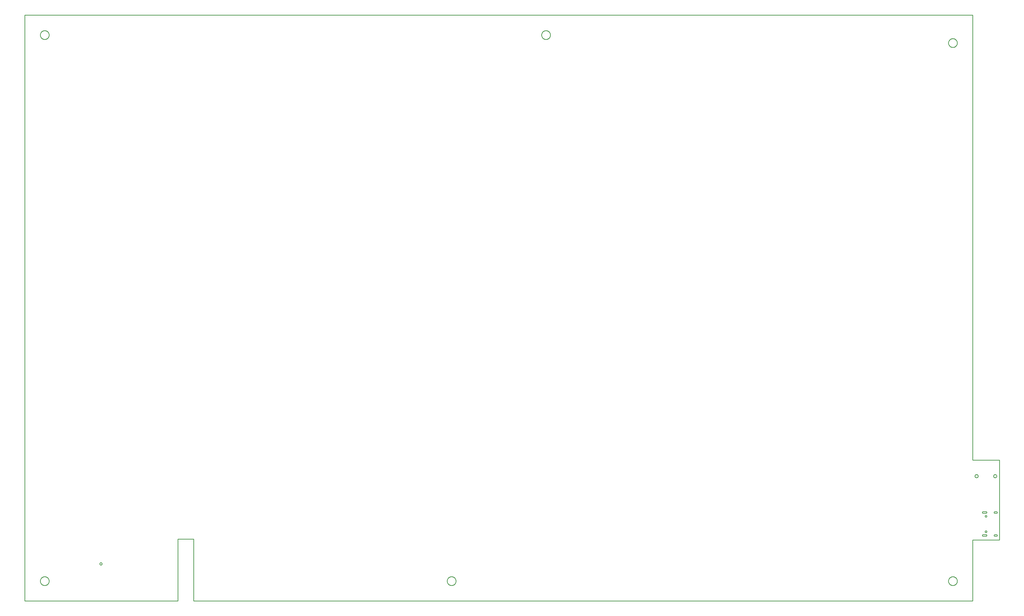
<source format=gko>
G04 EAGLE Gerber RS-274X export*
G75*
%MOMM*%
%FSLAX34Y34*%
%LPD*%
%IN*%
%IPPOS*%
%AMOC8*
5,1,8,0,0,1.08239X$1,22.5*%
G01*
%ADD10C,0.203200*%
%ADD11C,0.000000*%
%ADD12C,0.010000*%
%ADD13C,0.254000*%


D10*
X3565000Y0D02*
X3565000Y230000D01*
X3665000Y230000D01*
X3665000Y530000D01*
X3565000Y530000D01*
X3565000Y2205000D01*
X0Y2205000D01*
X0Y0D01*
X575630Y0D01*
X575630Y233200D01*
X635320Y233200D01*
X635320Y0D01*
X3565000Y0D01*
D11*
X3473490Y75000D02*
X3473495Y75405D01*
X3473510Y75810D01*
X3473535Y76215D01*
X3473570Y76618D01*
X3473614Y77021D01*
X3473669Y77423D01*
X3473733Y77823D01*
X3473807Y78221D01*
X3473891Y78617D01*
X3473985Y79012D01*
X3474088Y79403D01*
X3474201Y79793D01*
X3474323Y80179D01*
X3474455Y80562D01*
X3474596Y80942D01*
X3474747Y81318D01*
X3474906Y81691D01*
X3475075Y82059D01*
X3475253Y82423D01*
X3475439Y82783D01*
X3475635Y83138D01*
X3475839Y83488D01*
X3476051Y83833D01*
X3476272Y84172D01*
X3476502Y84507D01*
X3476739Y84835D01*
X3476984Y85157D01*
X3477238Y85474D01*
X3477498Y85784D01*
X3477767Y86087D01*
X3478043Y86384D01*
X3478326Y86674D01*
X3478616Y86957D01*
X3478913Y87233D01*
X3479216Y87502D01*
X3479526Y87762D01*
X3479843Y88016D01*
X3480165Y88261D01*
X3480493Y88498D01*
X3480828Y88728D01*
X3481167Y88949D01*
X3481512Y89161D01*
X3481862Y89365D01*
X3482217Y89561D01*
X3482577Y89747D01*
X3482941Y89925D01*
X3483309Y90094D01*
X3483682Y90253D01*
X3484058Y90404D01*
X3484438Y90545D01*
X3484821Y90677D01*
X3485207Y90799D01*
X3485597Y90912D01*
X3485988Y91015D01*
X3486383Y91109D01*
X3486779Y91193D01*
X3487177Y91267D01*
X3487577Y91331D01*
X3487979Y91386D01*
X3488382Y91430D01*
X3488785Y91465D01*
X3489190Y91490D01*
X3489595Y91505D01*
X3490000Y91510D01*
X3490405Y91505D01*
X3490810Y91490D01*
X3491215Y91465D01*
X3491618Y91430D01*
X3492021Y91386D01*
X3492423Y91331D01*
X3492823Y91267D01*
X3493221Y91193D01*
X3493617Y91109D01*
X3494012Y91015D01*
X3494403Y90912D01*
X3494793Y90799D01*
X3495179Y90677D01*
X3495562Y90545D01*
X3495942Y90404D01*
X3496318Y90253D01*
X3496691Y90094D01*
X3497059Y89925D01*
X3497423Y89747D01*
X3497783Y89561D01*
X3498138Y89365D01*
X3498488Y89161D01*
X3498833Y88949D01*
X3499172Y88728D01*
X3499507Y88498D01*
X3499835Y88261D01*
X3500157Y88016D01*
X3500474Y87762D01*
X3500784Y87502D01*
X3501087Y87233D01*
X3501384Y86957D01*
X3501674Y86674D01*
X3501957Y86384D01*
X3502233Y86087D01*
X3502502Y85784D01*
X3502762Y85474D01*
X3503016Y85157D01*
X3503261Y84835D01*
X3503498Y84507D01*
X3503728Y84172D01*
X3503949Y83833D01*
X3504161Y83488D01*
X3504365Y83138D01*
X3504561Y82783D01*
X3504747Y82423D01*
X3504925Y82059D01*
X3505094Y81691D01*
X3505253Y81318D01*
X3505404Y80942D01*
X3505545Y80562D01*
X3505677Y80179D01*
X3505799Y79793D01*
X3505912Y79403D01*
X3506015Y79012D01*
X3506109Y78617D01*
X3506193Y78221D01*
X3506267Y77823D01*
X3506331Y77423D01*
X3506386Y77021D01*
X3506430Y76618D01*
X3506465Y76215D01*
X3506490Y75810D01*
X3506505Y75405D01*
X3506510Y75000D01*
X3506505Y74595D01*
X3506490Y74190D01*
X3506465Y73785D01*
X3506430Y73382D01*
X3506386Y72979D01*
X3506331Y72577D01*
X3506267Y72177D01*
X3506193Y71779D01*
X3506109Y71383D01*
X3506015Y70988D01*
X3505912Y70597D01*
X3505799Y70207D01*
X3505677Y69821D01*
X3505545Y69438D01*
X3505404Y69058D01*
X3505253Y68682D01*
X3505094Y68309D01*
X3504925Y67941D01*
X3504747Y67577D01*
X3504561Y67217D01*
X3504365Y66862D01*
X3504161Y66512D01*
X3503949Y66167D01*
X3503728Y65828D01*
X3503498Y65493D01*
X3503261Y65165D01*
X3503016Y64843D01*
X3502762Y64526D01*
X3502502Y64216D01*
X3502233Y63913D01*
X3501957Y63616D01*
X3501674Y63326D01*
X3501384Y63043D01*
X3501087Y62767D01*
X3500784Y62498D01*
X3500474Y62238D01*
X3500157Y61984D01*
X3499835Y61739D01*
X3499507Y61502D01*
X3499172Y61272D01*
X3498833Y61051D01*
X3498488Y60839D01*
X3498138Y60635D01*
X3497783Y60439D01*
X3497423Y60253D01*
X3497059Y60075D01*
X3496691Y59906D01*
X3496318Y59747D01*
X3495942Y59596D01*
X3495562Y59455D01*
X3495179Y59323D01*
X3494793Y59201D01*
X3494403Y59088D01*
X3494012Y58985D01*
X3493617Y58891D01*
X3493221Y58807D01*
X3492823Y58733D01*
X3492423Y58669D01*
X3492021Y58614D01*
X3491618Y58570D01*
X3491215Y58535D01*
X3490810Y58510D01*
X3490405Y58495D01*
X3490000Y58490D01*
X3489595Y58495D01*
X3489190Y58510D01*
X3488785Y58535D01*
X3488382Y58570D01*
X3487979Y58614D01*
X3487577Y58669D01*
X3487177Y58733D01*
X3486779Y58807D01*
X3486383Y58891D01*
X3485988Y58985D01*
X3485597Y59088D01*
X3485207Y59201D01*
X3484821Y59323D01*
X3484438Y59455D01*
X3484058Y59596D01*
X3483682Y59747D01*
X3483309Y59906D01*
X3482941Y60075D01*
X3482577Y60253D01*
X3482217Y60439D01*
X3481862Y60635D01*
X3481512Y60839D01*
X3481167Y61051D01*
X3480828Y61272D01*
X3480493Y61502D01*
X3480165Y61739D01*
X3479843Y61984D01*
X3479526Y62238D01*
X3479216Y62498D01*
X3478913Y62767D01*
X3478616Y63043D01*
X3478326Y63326D01*
X3478043Y63616D01*
X3477767Y63913D01*
X3477498Y64216D01*
X3477238Y64526D01*
X3476984Y64843D01*
X3476739Y65165D01*
X3476502Y65493D01*
X3476272Y65828D01*
X3476051Y66167D01*
X3475839Y66512D01*
X3475635Y66862D01*
X3475439Y67217D01*
X3475253Y67577D01*
X3475075Y67941D01*
X3474906Y68309D01*
X3474747Y68682D01*
X3474596Y69058D01*
X3474455Y69438D01*
X3474323Y69821D01*
X3474201Y70207D01*
X3474088Y70597D01*
X3473985Y70988D01*
X3473891Y71383D01*
X3473807Y71779D01*
X3473733Y72177D01*
X3473669Y72577D01*
X3473614Y72979D01*
X3473570Y73382D01*
X3473535Y73785D01*
X3473510Y74190D01*
X3473495Y74595D01*
X3473490Y75000D01*
X58490Y75000D02*
X58495Y75405D01*
X58510Y75810D01*
X58535Y76215D01*
X58570Y76618D01*
X58614Y77021D01*
X58669Y77423D01*
X58733Y77823D01*
X58807Y78221D01*
X58891Y78617D01*
X58985Y79012D01*
X59088Y79403D01*
X59201Y79793D01*
X59323Y80179D01*
X59455Y80562D01*
X59596Y80942D01*
X59747Y81318D01*
X59906Y81691D01*
X60075Y82059D01*
X60253Y82423D01*
X60439Y82783D01*
X60635Y83138D01*
X60839Y83488D01*
X61051Y83833D01*
X61272Y84172D01*
X61502Y84507D01*
X61739Y84835D01*
X61984Y85157D01*
X62238Y85474D01*
X62498Y85784D01*
X62767Y86087D01*
X63043Y86384D01*
X63326Y86674D01*
X63616Y86957D01*
X63913Y87233D01*
X64216Y87502D01*
X64526Y87762D01*
X64843Y88016D01*
X65165Y88261D01*
X65493Y88498D01*
X65828Y88728D01*
X66167Y88949D01*
X66512Y89161D01*
X66862Y89365D01*
X67217Y89561D01*
X67577Y89747D01*
X67941Y89925D01*
X68309Y90094D01*
X68682Y90253D01*
X69058Y90404D01*
X69438Y90545D01*
X69821Y90677D01*
X70207Y90799D01*
X70597Y90912D01*
X70988Y91015D01*
X71383Y91109D01*
X71779Y91193D01*
X72177Y91267D01*
X72577Y91331D01*
X72979Y91386D01*
X73382Y91430D01*
X73785Y91465D01*
X74190Y91490D01*
X74595Y91505D01*
X75000Y91510D01*
X75405Y91505D01*
X75810Y91490D01*
X76215Y91465D01*
X76618Y91430D01*
X77021Y91386D01*
X77423Y91331D01*
X77823Y91267D01*
X78221Y91193D01*
X78617Y91109D01*
X79012Y91015D01*
X79403Y90912D01*
X79793Y90799D01*
X80179Y90677D01*
X80562Y90545D01*
X80942Y90404D01*
X81318Y90253D01*
X81691Y90094D01*
X82059Y89925D01*
X82423Y89747D01*
X82783Y89561D01*
X83138Y89365D01*
X83488Y89161D01*
X83833Y88949D01*
X84172Y88728D01*
X84507Y88498D01*
X84835Y88261D01*
X85157Y88016D01*
X85474Y87762D01*
X85784Y87502D01*
X86087Y87233D01*
X86384Y86957D01*
X86674Y86674D01*
X86957Y86384D01*
X87233Y86087D01*
X87502Y85784D01*
X87762Y85474D01*
X88016Y85157D01*
X88261Y84835D01*
X88498Y84507D01*
X88728Y84172D01*
X88949Y83833D01*
X89161Y83488D01*
X89365Y83138D01*
X89561Y82783D01*
X89747Y82423D01*
X89925Y82059D01*
X90094Y81691D01*
X90253Y81318D01*
X90404Y80942D01*
X90545Y80562D01*
X90677Y80179D01*
X90799Y79793D01*
X90912Y79403D01*
X91015Y79012D01*
X91109Y78617D01*
X91193Y78221D01*
X91267Y77823D01*
X91331Y77423D01*
X91386Y77021D01*
X91430Y76618D01*
X91465Y76215D01*
X91490Y75810D01*
X91505Y75405D01*
X91510Y75000D01*
X91505Y74595D01*
X91490Y74190D01*
X91465Y73785D01*
X91430Y73382D01*
X91386Y72979D01*
X91331Y72577D01*
X91267Y72177D01*
X91193Y71779D01*
X91109Y71383D01*
X91015Y70988D01*
X90912Y70597D01*
X90799Y70207D01*
X90677Y69821D01*
X90545Y69438D01*
X90404Y69058D01*
X90253Y68682D01*
X90094Y68309D01*
X89925Y67941D01*
X89747Y67577D01*
X89561Y67217D01*
X89365Y66862D01*
X89161Y66512D01*
X88949Y66167D01*
X88728Y65828D01*
X88498Y65493D01*
X88261Y65165D01*
X88016Y64843D01*
X87762Y64526D01*
X87502Y64216D01*
X87233Y63913D01*
X86957Y63616D01*
X86674Y63326D01*
X86384Y63043D01*
X86087Y62767D01*
X85784Y62498D01*
X85474Y62238D01*
X85157Y61984D01*
X84835Y61739D01*
X84507Y61502D01*
X84172Y61272D01*
X83833Y61051D01*
X83488Y60839D01*
X83138Y60635D01*
X82783Y60439D01*
X82423Y60253D01*
X82059Y60075D01*
X81691Y59906D01*
X81318Y59747D01*
X80942Y59596D01*
X80562Y59455D01*
X80179Y59323D01*
X79793Y59201D01*
X79403Y59088D01*
X79012Y58985D01*
X78617Y58891D01*
X78221Y58807D01*
X77823Y58733D01*
X77423Y58669D01*
X77021Y58614D01*
X76618Y58570D01*
X76215Y58535D01*
X75810Y58510D01*
X75405Y58495D01*
X75000Y58490D01*
X74595Y58495D01*
X74190Y58510D01*
X73785Y58535D01*
X73382Y58570D01*
X72979Y58614D01*
X72577Y58669D01*
X72177Y58733D01*
X71779Y58807D01*
X71383Y58891D01*
X70988Y58985D01*
X70597Y59088D01*
X70207Y59201D01*
X69821Y59323D01*
X69438Y59455D01*
X69058Y59596D01*
X68682Y59747D01*
X68309Y59906D01*
X67941Y60075D01*
X67577Y60253D01*
X67217Y60439D01*
X66862Y60635D01*
X66512Y60839D01*
X66167Y61051D01*
X65828Y61272D01*
X65493Y61502D01*
X65165Y61739D01*
X64843Y61984D01*
X64526Y62238D01*
X64216Y62498D01*
X63913Y62767D01*
X63616Y63043D01*
X63326Y63326D01*
X63043Y63616D01*
X62767Y63913D01*
X62498Y64216D01*
X62238Y64526D01*
X61984Y64843D01*
X61739Y65165D01*
X61502Y65493D01*
X61272Y65828D01*
X61051Y66167D01*
X60839Y66512D01*
X60635Y66862D01*
X60439Y67217D01*
X60253Y67577D01*
X60075Y67941D01*
X59906Y68309D01*
X59747Y68682D01*
X59596Y69058D01*
X59455Y69438D01*
X59323Y69821D01*
X59201Y70207D01*
X59088Y70597D01*
X58985Y70988D01*
X58891Y71383D01*
X58807Y71779D01*
X58733Y72177D01*
X58669Y72577D01*
X58614Y72979D01*
X58570Y73382D01*
X58535Y73785D01*
X58510Y74190D01*
X58495Y74595D01*
X58490Y75000D01*
X3611200Y261100D02*
X3611202Y261213D01*
X3611208Y261327D01*
X3611218Y261440D01*
X3611232Y261552D01*
X3611249Y261664D01*
X3611271Y261776D01*
X3611297Y261886D01*
X3611326Y261996D01*
X3611359Y262104D01*
X3611396Y262212D01*
X3611437Y262317D01*
X3611481Y262422D01*
X3611529Y262525D01*
X3611580Y262626D01*
X3611635Y262725D01*
X3611694Y262822D01*
X3611756Y262917D01*
X3611821Y263010D01*
X3611889Y263101D01*
X3611960Y263189D01*
X3612035Y263275D01*
X3612112Y263358D01*
X3612192Y263438D01*
X3612275Y263515D01*
X3612361Y263590D01*
X3612449Y263661D01*
X3612540Y263729D01*
X3612633Y263794D01*
X3612728Y263856D01*
X3612825Y263915D01*
X3612924Y263970D01*
X3613025Y264021D01*
X3613128Y264069D01*
X3613233Y264113D01*
X3613338Y264154D01*
X3613446Y264191D01*
X3613554Y264224D01*
X3613664Y264253D01*
X3613774Y264279D01*
X3613886Y264301D01*
X3613998Y264318D01*
X3614110Y264332D01*
X3614223Y264342D01*
X3614337Y264348D01*
X3614450Y264350D01*
X3614563Y264348D01*
X3614677Y264342D01*
X3614790Y264332D01*
X3614902Y264318D01*
X3615014Y264301D01*
X3615126Y264279D01*
X3615236Y264253D01*
X3615346Y264224D01*
X3615454Y264191D01*
X3615562Y264154D01*
X3615667Y264113D01*
X3615772Y264069D01*
X3615875Y264021D01*
X3615976Y263970D01*
X3616075Y263915D01*
X3616172Y263856D01*
X3616267Y263794D01*
X3616360Y263729D01*
X3616451Y263661D01*
X3616539Y263590D01*
X3616625Y263515D01*
X3616708Y263438D01*
X3616788Y263358D01*
X3616865Y263275D01*
X3616940Y263189D01*
X3617011Y263101D01*
X3617079Y263010D01*
X3617144Y262917D01*
X3617206Y262822D01*
X3617265Y262725D01*
X3617320Y262626D01*
X3617371Y262525D01*
X3617419Y262422D01*
X3617463Y262317D01*
X3617504Y262212D01*
X3617541Y262104D01*
X3617574Y261996D01*
X3617603Y261886D01*
X3617629Y261776D01*
X3617651Y261664D01*
X3617668Y261552D01*
X3617682Y261440D01*
X3617692Y261327D01*
X3617698Y261213D01*
X3617700Y261100D01*
X3617698Y260987D01*
X3617692Y260873D01*
X3617682Y260760D01*
X3617668Y260648D01*
X3617651Y260536D01*
X3617629Y260424D01*
X3617603Y260314D01*
X3617574Y260204D01*
X3617541Y260096D01*
X3617504Y259988D01*
X3617463Y259883D01*
X3617419Y259778D01*
X3617371Y259675D01*
X3617320Y259574D01*
X3617265Y259475D01*
X3617206Y259378D01*
X3617144Y259283D01*
X3617079Y259190D01*
X3617011Y259099D01*
X3616940Y259011D01*
X3616865Y258925D01*
X3616788Y258842D01*
X3616708Y258762D01*
X3616625Y258685D01*
X3616539Y258610D01*
X3616451Y258539D01*
X3616360Y258471D01*
X3616267Y258406D01*
X3616172Y258344D01*
X3616075Y258285D01*
X3615976Y258230D01*
X3615875Y258179D01*
X3615772Y258131D01*
X3615667Y258087D01*
X3615562Y258046D01*
X3615454Y258009D01*
X3615346Y257976D01*
X3615236Y257947D01*
X3615126Y257921D01*
X3615014Y257899D01*
X3614902Y257882D01*
X3614790Y257868D01*
X3614677Y257858D01*
X3614563Y257852D01*
X3614450Y257850D01*
X3614337Y257852D01*
X3614223Y257858D01*
X3614110Y257868D01*
X3613998Y257882D01*
X3613886Y257899D01*
X3613774Y257921D01*
X3613664Y257947D01*
X3613554Y257976D01*
X3613446Y258009D01*
X3613338Y258046D01*
X3613233Y258087D01*
X3613128Y258131D01*
X3613025Y258179D01*
X3612924Y258230D01*
X3612825Y258285D01*
X3612728Y258344D01*
X3612633Y258406D01*
X3612540Y258471D01*
X3612449Y258539D01*
X3612361Y258610D01*
X3612275Y258685D01*
X3612192Y258762D01*
X3612112Y258842D01*
X3612035Y258925D01*
X3611960Y259011D01*
X3611889Y259099D01*
X3611821Y259190D01*
X3611756Y259283D01*
X3611694Y259378D01*
X3611635Y259475D01*
X3611580Y259574D01*
X3611529Y259675D01*
X3611481Y259778D01*
X3611437Y259883D01*
X3611396Y259988D01*
X3611359Y260096D01*
X3611326Y260204D01*
X3611297Y260314D01*
X3611271Y260424D01*
X3611249Y260536D01*
X3611232Y260648D01*
X3611218Y260760D01*
X3611208Y260873D01*
X3611202Y260987D01*
X3611200Y261100D01*
X3611200Y318900D02*
X3611202Y319013D01*
X3611208Y319127D01*
X3611218Y319240D01*
X3611232Y319352D01*
X3611249Y319464D01*
X3611271Y319576D01*
X3611297Y319686D01*
X3611326Y319796D01*
X3611359Y319904D01*
X3611396Y320012D01*
X3611437Y320117D01*
X3611481Y320222D01*
X3611529Y320325D01*
X3611580Y320426D01*
X3611635Y320525D01*
X3611694Y320622D01*
X3611756Y320717D01*
X3611821Y320810D01*
X3611889Y320901D01*
X3611960Y320989D01*
X3612035Y321075D01*
X3612112Y321158D01*
X3612192Y321238D01*
X3612275Y321315D01*
X3612361Y321390D01*
X3612449Y321461D01*
X3612540Y321529D01*
X3612633Y321594D01*
X3612728Y321656D01*
X3612825Y321715D01*
X3612924Y321770D01*
X3613025Y321821D01*
X3613128Y321869D01*
X3613233Y321913D01*
X3613338Y321954D01*
X3613446Y321991D01*
X3613554Y322024D01*
X3613664Y322053D01*
X3613774Y322079D01*
X3613886Y322101D01*
X3613998Y322118D01*
X3614110Y322132D01*
X3614223Y322142D01*
X3614337Y322148D01*
X3614450Y322150D01*
X3614563Y322148D01*
X3614677Y322142D01*
X3614790Y322132D01*
X3614902Y322118D01*
X3615014Y322101D01*
X3615126Y322079D01*
X3615236Y322053D01*
X3615346Y322024D01*
X3615454Y321991D01*
X3615562Y321954D01*
X3615667Y321913D01*
X3615772Y321869D01*
X3615875Y321821D01*
X3615976Y321770D01*
X3616075Y321715D01*
X3616172Y321656D01*
X3616267Y321594D01*
X3616360Y321529D01*
X3616451Y321461D01*
X3616539Y321390D01*
X3616625Y321315D01*
X3616708Y321238D01*
X3616788Y321158D01*
X3616865Y321075D01*
X3616940Y320989D01*
X3617011Y320901D01*
X3617079Y320810D01*
X3617144Y320717D01*
X3617206Y320622D01*
X3617265Y320525D01*
X3617320Y320426D01*
X3617371Y320325D01*
X3617419Y320222D01*
X3617463Y320117D01*
X3617504Y320012D01*
X3617541Y319904D01*
X3617574Y319796D01*
X3617603Y319686D01*
X3617629Y319576D01*
X3617651Y319464D01*
X3617668Y319352D01*
X3617682Y319240D01*
X3617692Y319127D01*
X3617698Y319013D01*
X3617700Y318900D01*
X3617698Y318787D01*
X3617692Y318673D01*
X3617682Y318560D01*
X3617668Y318448D01*
X3617651Y318336D01*
X3617629Y318224D01*
X3617603Y318114D01*
X3617574Y318004D01*
X3617541Y317896D01*
X3617504Y317788D01*
X3617463Y317683D01*
X3617419Y317578D01*
X3617371Y317475D01*
X3617320Y317374D01*
X3617265Y317275D01*
X3617206Y317178D01*
X3617144Y317083D01*
X3617079Y316990D01*
X3617011Y316899D01*
X3616940Y316811D01*
X3616865Y316725D01*
X3616788Y316642D01*
X3616708Y316562D01*
X3616625Y316485D01*
X3616539Y316410D01*
X3616451Y316339D01*
X3616360Y316271D01*
X3616267Y316206D01*
X3616172Y316144D01*
X3616075Y316085D01*
X3615976Y316030D01*
X3615875Y315979D01*
X3615772Y315931D01*
X3615667Y315887D01*
X3615562Y315846D01*
X3615454Y315809D01*
X3615346Y315776D01*
X3615236Y315747D01*
X3615126Y315721D01*
X3615014Y315699D01*
X3614902Y315682D01*
X3614790Y315668D01*
X3614677Y315658D01*
X3614563Y315652D01*
X3614450Y315650D01*
X3614337Y315652D01*
X3614223Y315658D01*
X3614110Y315668D01*
X3613998Y315682D01*
X3613886Y315699D01*
X3613774Y315721D01*
X3613664Y315747D01*
X3613554Y315776D01*
X3613446Y315809D01*
X3613338Y315846D01*
X3613233Y315887D01*
X3613128Y315931D01*
X3613025Y315979D01*
X3612924Y316030D01*
X3612825Y316085D01*
X3612728Y316144D01*
X3612633Y316206D01*
X3612540Y316271D01*
X3612449Y316339D01*
X3612361Y316410D01*
X3612275Y316485D01*
X3612192Y316562D01*
X3612112Y316642D01*
X3612035Y316725D01*
X3611960Y316811D01*
X3611889Y316899D01*
X3611821Y316990D01*
X3611756Y317083D01*
X3611694Y317178D01*
X3611635Y317275D01*
X3611580Y317374D01*
X3611529Y317475D01*
X3611481Y317578D01*
X3611437Y317683D01*
X3611396Y317788D01*
X3611359Y317896D01*
X3611326Y318004D01*
X3611297Y318114D01*
X3611271Y318224D01*
X3611249Y318336D01*
X3611232Y318448D01*
X3611218Y318560D01*
X3611208Y318673D01*
X3611202Y318787D01*
X3611200Y318900D01*
D12*
X3647800Y243800D02*
X3654000Y243800D01*
X3654000Y249800D02*
X3647800Y249800D01*
X3647692Y249798D01*
X3647584Y249792D01*
X3647476Y249782D01*
X3647368Y249769D01*
X3647261Y249751D01*
X3647155Y249730D01*
X3647050Y249705D01*
X3646945Y249676D01*
X3646842Y249643D01*
X3646740Y249607D01*
X3646639Y249566D01*
X3646540Y249523D01*
X3646443Y249475D01*
X3646347Y249425D01*
X3646253Y249371D01*
X3646162Y249313D01*
X3646072Y249252D01*
X3645984Y249188D01*
X3645899Y249121D01*
X3645817Y249051D01*
X3645737Y248978D01*
X3645660Y248902D01*
X3645585Y248823D01*
X3645514Y248742D01*
X3645445Y248658D01*
X3645379Y248572D01*
X3645317Y248484D01*
X3645258Y248393D01*
X3645202Y248300D01*
X3645149Y248205D01*
X3645100Y248109D01*
X3645055Y248010D01*
X3645013Y247910D01*
X3644975Y247809D01*
X3644940Y247706D01*
X3644909Y247603D01*
X3644882Y247498D01*
X3644859Y247392D01*
X3644840Y247285D01*
X3644824Y247178D01*
X3644812Y247070D01*
X3644804Y246962D01*
X3644800Y246854D01*
X3644800Y246746D01*
X3644804Y246638D01*
X3644812Y246530D01*
X3644824Y246422D01*
X3644840Y246315D01*
X3644859Y246208D01*
X3644882Y246102D01*
X3644909Y245997D01*
X3644940Y245894D01*
X3644975Y245791D01*
X3645013Y245690D01*
X3645055Y245590D01*
X3645100Y245491D01*
X3645149Y245395D01*
X3645202Y245300D01*
X3645258Y245207D01*
X3645317Y245116D01*
X3645379Y245028D01*
X3645445Y244942D01*
X3645514Y244858D01*
X3645585Y244777D01*
X3645660Y244698D01*
X3645737Y244622D01*
X3645817Y244549D01*
X3645899Y244479D01*
X3645984Y244412D01*
X3646072Y244348D01*
X3646162Y244287D01*
X3646253Y244229D01*
X3646347Y244175D01*
X3646443Y244125D01*
X3646540Y244077D01*
X3646639Y244034D01*
X3646740Y243993D01*
X3646842Y243957D01*
X3646945Y243924D01*
X3647050Y243895D01*
X3647155Y243870D01*
X3647261Y243849D01*
X3647368Y243831D01*
X3647476Y243818D01*
X3647584Y243808D01*
X3647692Y243802D01*
X3647800Y243800D01*
X3654000Y243800D02*
X3654108Y243802D01*
X3654216Y243808D01*
X3654324Y243818D01*
X3654432Y243831D01*
X3654539Y243849D01*
X3654645Y243870D01*
X3654750Y243895D01*
X3654855Y243924D01*
X3654958Y243957D01*
X3655060Y243993D01*
X3655161Y244034D01*
X3655260Y244077D01*
X3655357Y244125D01*
X3655453Y244175D01*
X3655547Y244229D01*
X3655638Y244287D01*
X3655728Y244348D01*
X3655816Y244412D01*
X3655901Y244479D01*
X3655983Y244549D01*
X3656063Y244622D01*
X3656140Y244698D01*
X3656215Y244777D01*
X3656286Y244858D01*
X3656355Y244942D01*
X3656421Y245028D01*
X3656483Y245116D01*
X3656542Y245207D01*
X3656598Y245300D01*
X3656651Y245395D01*
X3656700Y245491D01*
X3656745Y245590D01*
X3656787Y245690D01*
X3656825Y245791D01*
X3656860Y245894D01*
X3656891Y245997D01*
X3656918Y246102D01*
X3656941Y246208D01*
X3656960Y246315D01*
X3656976Y246422D01*
X3656988Y246530D01*
X3656996Y246638D01*
X3657000Y246746D01*
X3657000Y246854D01*
X3656996Y246962D01*
X3656988Y247070D01*
X3656976Y247178D01*
X3656960Y247285D01*
X3656941Y247392D01*
X3656918Y247498D01*
X3656891Y247603D01*
X3656860Y247706D01*
X3656825Y247809D01*
X3656787Y247910D01*
X3656745Y248010D01*
X3656700Y248109D01*
X3656651Y248205D01*
X3656598Y248300D01*
X3656542Y248393D01*
X3656483Y248484D01*
X3656421Y248572D01*
X3656355Y248658D01*
X3656286Y248742D01*
X3656215Y248823D01*
X3656140Y248902D01*
X3656063Y248978D01*
X3655983Y249051D01*
X3655901Y249121D01*
X3655816Y249188D01*
X3655728Y249252D01*
X3655638Y249313D01*
X3655547Y249371D01*
X3655453Y249425D01*
X3655357Y249475D01*
X3655260Y249523D01*
X3655161Y249566D01*
X3655060Y249607D01*
X3654958Y249643D01*
X3654855Y249676D01*
X3654750Y249705D01*
X3654645Y249730D01*
X3654539Y249751D01*
X3654432Y249769D01*
X3654324Y249782D01*
X3654216Y249792D01*
X3654108Y249798D01*
X3654000Y249800D01*
X3614650Y243800D02*
X3603650Y243800D01*
X3603650Y249800D02*
X3614650Y249800D01*
X3614758Y249798D01*
X3614866Y249792D01*
X3614974Y249782D01*
X3615082Y249769D01*
X3615189Y249751D01*
X3615295Y249730D01*
X3615400Y249705D01*
X3615505Y249676D01*
X3615608Y249643D01*
X3615710Y249607D01*
X3615811Y249566D01*
X3615910Y249523D01*
X3616007Y249475D01*
X3616103Y249425D01*
X3616197Y249371D01*
X3616288Y249313D01*
X3616378Y249252D01*
X3616466Y249188D01*
X3616551Y249121D01*
X3616633Y249051D01*
X3616713Y248978D01*
X3616790Y248902D01*
X3616865Y248823D01*
X3616936Y248742D01*
X3617005Y248658D01*
X3617071Y248572D01*
X3617133Y248484D01*
X3617192Y248393D01*
X3617248Y248300D01*
X3617301Y248205D01*
X3617350Y248109D01*
X3617395Y248010D01*
X3617437Y247910D01*
X3617475Y247809D01*
X3617510Y247706D01*
X3617541Y247603D01*
X3617568Y247498D01*
X3617591Y247392D01*
X3617610Y247285D01*
X3617626Y247178D01*
X3617638Y247070D01*
X3617646Y246962D01*
X3617650Y246854D01*
X3617650Y246746D01*
X3617646Y246638D01*
X3617638Y246530D01*
X3617626Y246422D01*
X3617610Y246315D01*
X3617591Y246208D01*
X3617568Y246102D01*
X3617541Y245997D01*
X3617510Y245894D01*
X3617475Y245791D01*
X3617437Y245690D01*
X3617395Y245590D01*
X3617350Y245491D01*
X3617301Y245395D01*
X3617248Y245300D01*
X3617192Y245207D01*
X3617133Y245116D01*
X3617071Y245028D01*
X3617005Y244942D01*
X3616936Y244858D01*
X3616865Y244777D01*
X3616790Y244698D01*
X3616713Y244622D01*
X3616633Y244549D01*
X3616551Y244479D01*
X3616466Y244412D01*
X3616378Y244348D01*
X3616288Y244287D01*
X3616197Y244229D01*
X3616103Y244175D01*
X3616007Y244125D01*
X3615910Y244077D01*
X3615811Y244034D01*
X3615710Y243993D01*
X3615608Y243957D01*
X3615505Y243924D01*
X3615400Y243895D01*
X3615295Y243870D01*
X3615189Y243849D01*
X3615082Y243831D01*
X3614974Y243818D01*
X3614866Y243808D01*
X3614758Y243802D01*
X3614650Y243800D01*
X3603650Y243800D02*
X3603542Y243802D01*
X3603434Y243808D01*
X3603326Y243818D01*
X3603218Y243831D01*
X3603111Y243849D01*
X3603005Y243870D01*
X3602900Y243895D01*
X3602795Y243924D01*
X3602692Y243957D01*
X3602590Y243993D01*
X3602489Y244034D01*
X3602390Y244077D01*
X3602293Y244125D01*
X3602197Y244175D01*
X3602103Y244229D01*
X3602012Y244287D01*
X3601922Y244348D01*
X3601834Y244412D01*
X3601749Y244479D01*
X3601667Y244549D01*
X3601587Y244622D01*
X3601510Y244698D01*
X3601435Y244777D01*
X3601364Y244858D01*
X3601295Y244942D01*
X3601229Y245028D01*
X3601167Y245116D01*
X3601108Y245207D01*
X3601052Y245300D01*
X3600999Y245395D01*
X3600950Y245491D01*
X3600905Y245590D01*
X3600863Y245690D01*
X3600825Y245791D01*
X3600790Y245894D01*
X3600759Y245997D01*
X3600732Y246102D01*
X3600709Y246208D01*
X3600690Y246315D01*
X3600674Y246422D01*
X3600662Y246530D01*
X3600654Y246638D01*
X3600650Y246746D01*
X3600650Y246854D01*
X3600654Y246962D01*
X3600662Y247070D01*
X3600674Y247178D01*
X3600690Y247285D01*
X3600709Y247392D01*
X3600732Y247498D01*
X3600759Y247603D01*
X3600790Y247706D01*
X3600825Y247809D01*
X3600863Y247910D01*
X3600905Y248010D01*
X3600950Y248109D01*
X3600999Y248205D01*
X3601052Y248300D01*
X3601108Y248393D01*
X3601167Y248484D01*
X3601229Y248572D01*
X3601295Y248658D01*
X3601364Y248742D01*
X3601435Y248823D01*
X3601510Y248902D01*
X3601587Y248978D01*
X3601667Y249051D01*
X3601749Y249121D01*
X3601834Y249188D01*
X3601922Y249252D01*
X3602012Y249313D01*
X3602103Y249371D01*
X3602197Y249425D01*
X3602293Y249475D01*
X3602390Y249523D01*
X3602489Y249566D01*
X3602590Y249607D01*
X3602692Y249643D01*
X3602795Y249676D01*
X3602900Y249705D01*
X3603005Y249730D01*
X3603111Y249751D01*
X3603218Y249769D01*
X3603326Y249782D01*
X3603434Y249792D01*
X3603542Y249798D01*
X3603650Y249800D01*
X3647800Y330200D02*
X3654000Y330200D01*
X3654000Y336200D02*
X3647800Y336200D01*
X3647692Y336198D01*
X3647584Y336192D01*
X3647476Y336182D01*
X3647368Y336169D01*
X3647261Y336151D01*
X3647155Y336130D01*
X3647050Y336105D01*
X3646945Y336076D01*
X3646842Y336043D01*
X3646740Y336007D01*
X3646639Y335966D01*
X3646540Y335923D01*
X3646443Y335875D01*
X3646347Y335825D01*
X3646253Y335771D01*
X3646162Y335713D01*
X3646072Y335652D01*
X3645984Y335588D01*
X3645899Y335521D01*
X3645817Y335451D01*
X3645737Y335378D01*
X3645660Y335302D01*
X3645585Y335223D01*
X3645514Y335142D01*
X3645445Y335058D01*
X3645379Y334972D01*
X3645317Y334884D01*
X3645258Y334793D01*
X3645202Y334700D01*
X3645149Y334605D01*
X3645100Y334509D01*
X3645055Y334410D01*
X3645013Y334310D01*
X3644975Y334209D01*
X3644940Y334106D01*
X3644909Y334003D01*
X3644882Y333898D01*
X3644859Y333792D01*
X3644840Y333685D01*
X3644824Y333578D01*
X3644812Y333470D01*
X3644804Y333362D01*
X3644800Y333254D01*
X3644800Y333146D01*
X3644804Y333038D01*
X3644812Y332930D01*
X3644824Y332822D01*
X3644840Y332715D01*
X3644859Y332608D01*
X3644882Y332502D01*
X3644909Y332397D01*
X3644940Y332294D01*
X3644975Y332191D01*
X3645013Y332090D01*
X3645055Y331990D01*
X3645100Y331891D01*
X3645149Y331795D01*
X3645202Y331700D01*
X3645258Y331607D01*
X3645317Y331516D01*
X3645379Y331428D01*
X3645445Y331342D01*
X3645514Y331258D01*
X3645585Y331177D01*
X3645660Y331098D01*
X3645737Y331022D01*
X3645817Y330949D01*
X3645899Y330879D01*
X3645984Y330812D01*
X3646072Y330748D01*
X3646162Y330687D01*
X3646253Y330629D01*
X3646347Y330575D01*
X3646443Y330525D01*
X3646540Y330477D01*
X3646639Y330434D01*
X3646740Y330393D01*
X3646842Y330357D01*
X3646945Y330324D01*
X3647050Y330295D01*
X3647155Y330270D01*
X3647261Y330249D01*
X3647368Y330231D01*
X3647476Y330218D01*
X3647584Y330208D01*
X3647692Y330202D01*
X3647800Y330200D01*
X3654000Y330200D02*
X3654108Y330202D01*
X3654216Y330208D01*
X3654324Y330218D01*
X3654432Y330231D01*
X3654539Y330249D01*
X3654645Y330270D01*
X3654750Y330295D01*
X3654855Y330324D01*
X3654958Y330357D01*
X3655060Y330393D01*
X3655161Y330434D01*
X3655260Y330477D01*
X3655357Y330525D01*
X3655453Y330575D01*
X3655547Y330629D01*
X3655638Y330687D01*
X3655728Y330748D01*
X3655816Y330812D01*
X3655901Y330879D01*
X3655983Y330949D01*
X3656063Y331022D01*
X3656140Y331098D01*
X3656215Y331177D01*
X3656286Y331258D01*
X3656355Y331342D01*
X3656421Y331428D01*
X3656483Y331516D01*
X3656542Y331607D01*
X3656598Y331700D01*
X3656651Y331795D01*
X3656700Y331891D01*
X3656745Y331990D01*
X3656787Y332090D01*
X3656825Y332191D01*
X3656860Y332294D01*
X3656891Y332397D01*
X3656918Y332502D01*
X3656941Y332608D01*
X3656960Y332715D01*
X3656976Y332822D01*
X3656988Y332930D01*
X3656996Y333038D01*
X3657000Y333146D01*
X3657000Y333254D01*
X3656996Y333362D01*
X3656988Y333470D01*
X3656976Y333578D01*
X3656960Y333685D01*
X3656941Y333792D01*
X3656918Y333898D01*
X3656891Y334003D01*
X3656860Y334106D01*
X3656825Y334209D01*
X3656787Y334310D01*
X3656745Y334410D01*
X3656700Y334509D01*
X3656651Y334605D01*
X3656598Y334700D01*
X3656542Y334793D01*
X3656483Y334884D01*
X3656421Y334972D01*
X3656355Y335058D01*
X3656286Y335142D01*
X3656215Y335223D01*
X3656140Y335302D01*
X3656063Y335378D01*
X3655983Y335451D01*
X3655901Y335521D01*
X3655816Y335588D01*
X3655728Y335652D01*
X3655638Y335713D01*
X3655547Y335771D01*
X3655453Y335825D01*
X3655357Y335875D01*
X3655260Y335923D01*
X3655161Y335966D01*
X3655060Y336007D01*
X3654958Y336043D01*
X3654855Y336076D01*
X3654750Y336105D01*
X3654645Y336130D01*
X3654539Y336151D01*
X3654432Y336169D01*
X3654324Y336182D01*
X3654216Y336192D01*
X3654108Y336198D01*
X3654000Y336200D01*
X3614650Y330200D02*
X3603650Y330200D01*
X3603650Y336200D02*
X3614650Y336200D01*
X3614758Y336198D01*
X3614866Y336192D01*
X3614974Y336182D01*
X3615082Y336169D01*
X3615189Y336151D01*
X3615295Y336130D01*
X3615400Y336105D01*
X3615505Y336076D01*
X3615608Y336043D01*
X3615710Y336007D01*
X3615811Y335966D01*
X3615910Y335923D01*
X3616007Y335875D01*
X3616103Y335825D01*
X3616197Y335771D01*
X3616288Y335713D01*
X3616378Y335652D01*
X3616466Y335588D01*
X3616551Y335521D01*
X3616633Y335451D01*
X3616713Y335378D01*
X3616790Y335302D01*
X3616865Y335223D01*
X3616936Y335142D01*
X3617005Y335058D01*
X3617071Y334972D01*
X3617133Y334884D01*
X3617192Y334793D01*
X3617248Y334700D01*
X3617301Y334605D01*
X3617350Y334509D01*
X3617395Y334410D01*
X3617437Y334310D01*
X3617475Y334209D01*
X3617510Y334106D01*
X3617541Y334003D01*
X3617568Y333898D01*
X3617591Y333792D01*
X3617610Y333685D01*
X3617626Y333578D01*
X3617638Y333470D01*
X3617646Y333362D01*
X3617650Y333254D01*
X3617650Y333146D01*
X3617646Y333038D01*
X3617638Y332930D01*
X3617626Y332822D01*
X3617610Y332715D01*
X3617591Y332608D01*
X3617568Y332502D01*
X3617541Y332397D01*
X3617510Y332294D01*
X3617475Y332191D01*
X3617437Y332090D01*
X3617395Y331990D01*
X3617350Y331891D01*
X3617301Y331795D01*
X3617248Y331700D01*
X3617192Y331607D01*
X3617133Y331516D01*
X3617071Y331428D01*
X3617005Y331342D01*
X3616936Y331258D01*
X3616865Y331177D01*
X3616790Y331098D01*
X3616713Y331022D01*
X3616633Y330949D01*
X3616551Y330879D01*
X3616466Y330812D01*
X3616378Y330748D01*
X3616288Y330687D01*
X3616197Y330629D01*
X3616103Y330575D01*
X3616007Y330525D01*
X3615910Y330477D01*
X3615811Y330434D01*
X3615710Y330393D01*
X3615608Y330357D01*
X3615505Y330324D01*
X3615400Y330295D01*
X3615295Y330270D01*
X3615189Y330249D01*
X3615082Y330231D01*
X3614974Y330218D01*
X3614866Y330208D01*
X3614758Y330202D01*
X3614650Y330200D01*
X3603650Y330200D02*
X3603542Y330202D01*
X3603434Y330208D01*
X3603326Y330218D01*
X3603218Y330231D01*
X3603111Y330249D01*
X3603005Y330270D01*
X3602900Y330295D01*
X3602795Y330324D01*
X3602692Y330357D01*
X3602590Y330393D01*
X3602489Y330434D01*
X3602390Y330477D01*
X3602293Y330525D01*
X3602197Y330575D01*
X3602103Y330629D01*
X3602012Y330687D01*
X3601922Y330748D01*
X3601834Y330812D01*
X3601749Y330879D01*
X3601667Y330949D01*
X3601587Y331022D01*
X3601510Y331098D01*
X3601435Y331177D01*
X3601364Y331258D01*
X3601295Y331342D01*
X3601229Y331428D01*
X3601167Y331516D01*
X3601108Y331607D01*
X3601052Y331700D01*
X3600999Y331795D01*
X3600950Y331891D01*
X3600905Y331990D01*
X3600863Y332090D01*
X3600825Y332191D01*
X3600790Y332294D01*
X3600759Y332397D01*
X3600732Y332502D01*
X3600709Y332608D01*
X3600690Y332715D01*
X3600674Y332822D01*
X3600662Y332930D01*
X3600654Y333038D01*
X3600650Y333146D01*
X3600650Y333254D01*
X3600654Y333362D01*
X3600662Y333470D01*
X3600674Y333578D01*
X3600690Y333685D01*
X3600709Y333792D01*
X3600732Y333898D01*
X3600759Y334003D01*
X3600790Y334106D01*
X3600825Y334209D01*
X3600863Y334310D01*
X3600905Y334410D01*
X3600950Y334509D01*
X3600999Y334605D01*
X3601052Y334700D01*
X3601108Y334793D01*
X3601167Y334884D01*
X3601229Y334972D01*
X3601295Y335058D01*
X3601364Y335142D01*
X3601435Y335223D01*
X3601510Y335302D01*
X3601587Y335378D01*
X3601667Y335451D01*
X3601749Y335521D01*
X3601834Y335588D01*
X3601922Y335652D01*
X3602012Y335713D01*
X3602103Y335771D01*
X3602197Y335825D01*
X3602293Y335875D01*
X3602390Y335923D01*
X3602489Y335966D01*
X3602590Y336007D01*
X3602692Y336043D01*
X3602795Y336076D01*
X3602900Y336105D01*
X3603005Y336130D01*
X3603111Y336151D01*
X3603218Y336169D01*
X3603326Y336182D01*
X3603434Y336192D01*
X3603542Y336198D01*
X3603650Y336200D01*
D11*
X3643000Y470000D02*
X3643002Y470154D01*
X3643008Y470309D01*
X3643018Y470463D01*
X3643032Y470617D01*
X3643050Y470770D01*
X3643071Y470923D01*
X3643097Y471076D01*
X3643127Y471227D01*
X3643160Y471378D01*
X3643198Y471528D01*
X3643239Y471677D01*
X3643284Y471825D01*
X3643333Y471971D01*
X3643386Y472117D01*
X3643442Y472260D01*
X3643502Y472403D01*
X3643566Y472543D01*
X3643633Y472683D01*
X3643704Y472820D01*
X3643778Y472955D01*
X3643856Y473089D01*
X3643937Y473220D01*
X3644022Y473349D01*
X3644110Y473477D01*
X3644201Y473601D01*
X3644295Y473724D01*
X3644393Y473844D01*
X3644493Y473961D01*
X3644597Y474076D01*
X3644703Y474188D01*
X3644812Y474297D01*
X3644924Y474403D01*
X3645039Y474507D01*
X3645156Y474607D01*
X3645276Y474705D01*
X3645399Y474799D01*
X3645523Y474890D01*
X3645651Y474978D01*
X3645780Y475063D01*
X3645911Y475144D01*
X3646045Y475222D01*
X3646180Y475296D01*
X3646317Y475367D01*
X3646457Y475434D01*
X3646597Y475498D01*
X3646740Y475558D01*
X3646883Y475614D01*
X3647029Y475667D01*
X3647175Y475716D01*
X3647323Y475761D01*
X3647472Y475802D01*
X3647622Y475840D01*
X3647773Y475873D01*
X3647924Y475903D01*
X3648077Y475929D01*
X3648230Y475950D01*
X3648383Y475968D01*
X3648537Y475982D01*
X3648691Y475992D01*
X3648846Y475998D01*
X3649000Y476000D01*
X3649154Y475998D01*
X3649309Y475992D01*
X3649463Y475982D01*
X3649617Y475968D01*
X3649770Y475950D01*
X3649923Y475929D01*
X3650076Y475903D01*
X3650227Y475873D01*
X3650378Y475840D01*
X3650528Y475802D01*
X3650677Y475761D01*
X3650825Y475716D01*
X3650971Y475667D01*
X3651117Y475614D01*
X3651260Y475558D01*
X3651403Y475498D01*
X3651543Y475434D01*
X3651683Y475367D01*
X3651820Y475296D01*
X3651955Y475222D01*
X3652089Y475144D01*
X3652220Y475063D01*
X3652349Y474978D01*
X3652477Y474890D01*
X3652601Y474799D01*
X3652724Y474705D01*
X3652844Y474607D01*
X3652961Y474507D01*
X3653076Y474403D01*
X3653188Y474297D01*
X3653297Y474188D01*
X3653403Y474076D01*
X3653507Y473961D01*
X3653607Y473844D01*
X3653705Y473724D01*
X3653799Y473601D01*
X3653890Y473477D01*
X3653978Y473349D01*
X3654063Y473220D01*
X3654144Y473089D01*
X3654222Y472955D01*
X3654296Y472820D01*
X3654367Y472683D01*
X3654434Y472543D01*
X3654498Y472403D01*
X3654558Y472260D01*
X3654614Y472117D01*
X3654667Y471971D01*
X3654716Y471825D01*
X3654761Y471677D01*
X3654802Y471528D01*
X3654840Y471378D01*
X3654873Y471227D01*
X3654903Y471076D01*
X3654929Y470923D01*
X3654950Y470770D01*
X3654968Y470617D01*
X3654982Y470463D01*
X3654992Y470309D01*
X3654998Y470154D01*
X3655000Y470000D01*
X3654998Y469846D01*
X3654992Y469691D01*
X3654982Y469537D01*
X3654968Y469383D01*
X3654950Y469230D01*
X3654929Y469077D01*
X3654903Y468924D01*
X3654873Y468773D01*
X3654840Y468622D01*
X3654802Y468472D01*
X3654761Y468323D01*
X3654716Y468175D01*
X3654667Y468029D01*
X3654614Y467883D01*
X3654558Y467740D01*
X3654498Y467597D01*
X3654434Y467457D01*
X3654367Y467317D01*
X3654296Y467180D01*
X3654222Y467045D01*
X3654144Y466911D01*
X3654063Y466780D01*
X3653978Y466651D01*
X3653890Y466523D01*
X3653799Y466399D01*
X3653705Y466276D01*
X3653607Y466156D01*
X3653507Y466039D01*
X3653403Y465924D01*
X3653297Y465812D01*
X3653188Y465703D01*
X3653076Y465597D01*
X3652961Y465493D01*
X3652844Y465393D01*
X3652724Y465295D01*
X3652601Y465201D01*
X3652477Y465110D01*
X3652349Y465022D01*
X3652220Y464937D01*
X3652089Y464856D01*
X3651955Y464778D01*
X3651820Y464704D01*
X3651683Y464633D01*
X3651543Y464566D01*
X3651403Y464502D01*
X3651260Y464442D01*
X3651117Y464386D01*
X3650971Y464333D01*
X3650825Y464284D01*
X3650677Y464239D01*
X3650528Y464198D01*
X3650378Y464160D01*
X3650227Y464127D01*
X3650076Y464097D01*
X3649923Y464071D01*
X3649770Y464050D01*
X3649617Y464032D01*
X3649463Y464018D01*
X3649309Y464008D01*
X3649154Y464002D01*
X3649000Y464000D01*
X3648846Y464002D01*
X3648691Y464008D01*
X3648537Y464018D01*
X3648383Y464032D01*
X3648230Y464050D01*
X3648077Y464071D01*
X3647924Y464097D01*
X3647773Y464127D01*
X3647622Y464160D01*
X3647472Y464198D01*
X3647323Y464239D01*
X3647175Y464284D01*
X3647029Y464333D01*
X3646883Y464386D01*
X3646740Y464442D01*
X3646597Y464502D01*
X3646457Y464566D01*
X3646317Y464633D01*
X3646180Y464704D01*
X3646045Y464778D01*
X3645911Y464856D01*
X3645780Y464937D01*
X3645651Y465022D01*
X3645523Y465110D01*
X3645399Y465201D01*
X3645276Y465295D01*
X3645156Y465393D01*
X3645039Y465493D01*
X3644924Y465597D01*
X3644812Y465703D01*
X3644703Y465812D01*
X3644597Y465924D01*
X3644493Y466039D01*
X3644393Y466156D01*
X3644295Y466276D01*
X3644201Y466399D01*
X3644110Y466523D01*
X3644022Y466651D01*
X3643937Y466780D01*
X3643856Y466911D01*
X3643778Y467045D01*
X3643704Y467180D01*
X3643633Y467317D01*
X3643566Y467457D01*
X3643502Y467597D01*
X3643442Y467740D01*
X3643386Y467883D01*
X3643333Y468029D01*
X3643284Y468175D01*
X3643239Y468323D01*
X3643198Y468472D01*
X3643160Y468622D01*
X3643127Y468773D01*
X3643097Y468924D01*
X3643071Y469077D01*
X3643050Y469230D01*
X3643032Y469383D01*
X3643018Y469537D01*
X3643008Y469691D01*
X3643002Y469846D01*
X3643000Y470000D01*
X3573000Y470000D02*
X3573002Y470154D01*
X3573008Y470309D01*
X3573018Y470463D01*
X3573032Y470617D01*
X3573050Y470770D01*
X3573071Y470923D01*
X3573097Y471076D01*
X3573127Y471227D01*
X3573160Y471378D01*
X3573198Y471528D01*
X3573239Y471677D01*
X3573284Y471825D01*
X3573333Y471971D01*
X3573386Y472117D01*
X3573442Y472260D01*
X3573502Y472403D01*
X3573566Y472543D01*
X3573633Y472683D01*
X3573704Y472820D01*
X3573778Y472955D01*
X3573856Y473089D01*
X3573937Y473220D01*
X3574022Y473349D01*
X3574110Y473477D01*
X3574201Y473601D01*
X3574295Y473724D01*
X3574393Y473844D01*
X3574493Y473961D01*
X3574597Y474076D01*
X3574703Y474188D01*
X3574812Y474297D01*
X3574924Y474403D01*
X3575039Y474507D01*
X3575156Y474607D01*
X3575276Y474705D01*
X3575399Y474799D01*
X3575523Y474890D01*
X3575651Y474978D01*
X3575780Y475063D01*
X3575911Y475144D01*
X3576045Y475222D01*
X3576180Y475296D01*
X3576317Y475367D01*
X3576457Y475434D01*
X3576597Y475498D01*
X3576740Y475558D01*
X3576883Y475614D01*
X3577029Y475667D01*
X3577175Y475716D01*
X3577323Y475761D01*
X3577472Y475802D01*
X3577622Y475840D01*
X3577773Y475873D01*
X3577924Y475903D01*
X3578077Y475929D01*
X3578230Y475950D01*
X3578383Y475968D01*
X3578537Y475982D01*
X3578691Y475992D01*
X3578846Y475998D01*
X3579000Y476000D01*
X3579154Y475998D01*
X3579309Y475992D01*
X3579463Y475982D01*
X3579617Y475968D01*
X3579770Y475950D01*
X3579923Y475929D01*
X3580076Y475903D01*
X3580227Y475873D01*
X3580378Y475840D01*
X3580528Y475802D01*
X3580677Y475761D01*
X3580825Y475716D01*
X3580971Y475667D01*
X3581117Y475614D01*
X3581260Y475558D01*
X3581403Y475498D01*
X3581543Y475434D01*
X3581683Y475367D01*
X3581820Y475296D01*
X3581955Y475222D01*
X3582089Y475144D01*
X3582220Y475063D01*
X3582349Y474978D01*
X3582477Y474890D01*
X3582601Y474799D01*
X3582724Y474705D01*
X3582844Y474607D01*
X3582961Y474507D01*
X3583076Y474403D01*
X3583188Y474297D01*
X3583297Y474188D01*
X3583403Y474076D01*
X3583507Y473961D01*
X3583607Y473844D01*
X3583705Y473724D01*
X3583799Y473601D01*
X3583890Y473477D01*
X3583978Y473349D01*
X3584063Y473220D01*
X3584144Y473089D01*
X3584222Y472955D01*
X3584296Y472820D01*
X3584367Y472683D01*
X3584434Y472543D01*
X3584498Y472403D01*
X3584558Y472260D01*
X3584614Y472117D01*
X3584667Y471971D01*
X3584716Y471825D01*
X3584761Y471677D01*
X3584802Y471528D01*
X3584840Y471378D01*
X3584873Y471227D01*
X3584903Y471076D01*
X3584929Y470923D01*
X3584950Y470770D01*
X3584968Y470617D01*
X3584982Y470463D01*
X3584992Y470309D01*
X3584998Y470154D01*
X3585000Y470000D01*
X3584998Y469846D01*
X3584992Y469691D01*
X3584982Y469537D01*
X3584968Y469383D01*
X3584950Y469230D01*
X3584929Y469077D01*
X3584903Y468924D01*
X3584873Y468773D01*
X3584840Y468622D01*
X3584802Y468472D01*
X3584761Y468323D01*
X3584716Y468175D01*
X3584667Y468029D01*
X3584614Y467883D01*
X3584558Y467740D01*
X3584498Y467597D01*
X3584434Y467457D01*
X3584367Y467317D01*
X3584296Y467180D01*
X3584222Y467045D01*
X3584144Y466911D01*
X3584063Y466780D01*
X3583978Y466651D01*
X3583890Y466523D01*
X3583799Y466399D01*
X3583705Y466276D01*
X3583607Y466156D01*
X3583507Y466039D01*
X3583403Y465924D01*
X3583297Y465812D01*
X3583188Y465703D01*
X3583076Y465597D01*
X3582961Y465493D01*
X3582844Y465393D01*
X3582724Y465295D01*
X3582601Y465201D01*
X3582477Y465110D01*
X3582349Y465022D01*
X3582220Y464937D01*
X3582089Y464856D01*
X3581955Y464778D01*
X3581820Y464704D01*
X3581683Y464633D01*
X3581543Y464566D01*
X3581403Y464502D01*
X3581260Y464442D01*
X3581117Y464386D01*
X3580971Y464333D01*
X3580825Y464284D01*
X3580677Y464239D01*
X3580528Y464198D01*
X3580378Y464160D01*
X3580227Y464127D01*
X3580076Y464097D01*
X3579923Y464071D01*
X3579770Y464050D01*
X3579617Y464032D01*
X3579463Y464018D01*
X3579309Y464008D01*
X3579154Y464002D01*
X3579000Y464000D01*
X3578846Y464002D01*
X3578691Y464008D01*
X3578537Y464018D01*
X3578383Y464032D01*
X3578230Y464050D01*
X3578077Y464071D01*
X3577924Y464097D01*
X3577773Y464127D01*
X3577622Y464160D01*
X3577472Y464198D01*
X3577323Y464239D01*
X3577175Y464284D01*
X3577029Y464333D01*
X3576883Y464386D01*
X3576740Y464442D01*
X3576597Y464502D01*
X3576457Y464566D01*
X3576317Y464633D01*
X3576180Y464704D01*
X3576045Y464778D01*
X3575911Y464856D01*
X3575780Y464937D01*
X3575651Y465022D01*
X3575523Y465110D01*
X3575399Y465201D01*
X3575276Y465295D01*
X3575156Y465393D01*
X3575039Y465493D01*
X3574924Y465597D01*
X3574812Y465703D01*
X3574703Y465812D01*
X3574597Y465924D01*
X3574493Y466039D01*
X3574393Y466156D01*
X3574295Y466276D01*
X3574201Y466399D01*
X3574110Y466523D01*
X3574022Y466651D01*
X3573937Y466780D01*
X3573856Y466911D01*
X3573778Y467045D01*
X3573704Y467180D01*
X3573633Y467317D01*
X3573566Y467457D01*
X3573502Y467597D01*
X3573442Y467740D01*
X3573386Y467883D01*
X3573333Y468029D01*
X3573284Y468175D01*
X3573239Y468323D01*
X3573198Y468472D01*
X3573160Y468622D01*
X3573127Y468773D01*
X3573097Y468924D01*
X3573071Y469077D01*
X3573050Y469230D01*
X3573032Y469383D01*
X3573018Y469537D01*
X3573008Y469691D01*
X3573002Y469846D01*
X3573000Y470000D01*
X281800Y140000D02*
X281802Y140134D01*
X281808Y140268D01*
X281818Y140401D01*
X281832Y140535D01*
X281850Y140668D01*
X281872Y140800D01*
X281897Y140931D01*
X281927Y141062D01*
X281961Y141192D01*
X281998Y141320D01*
X282039Y141448D01*
X282084Y141574D01*
X282133Y141699D01*
X282185Y141822D01*
X282241Y141944D01*
X282301Y142064D01*
X282364Y142182D01*
X282431Y142298D01*
X282501Y142412D01*
X282575Y142524D01*
X282652Y142634D01*
X282732Y142742D01*
X282815Y142847D01*
X282901Y142949D01*
X282990Y143049D01*
X283083Y143146D01*
X283178Y143241D01*
X283276Y143332D01*
X283376Y143421D01*
X283479Y143506D01*
X283585Y143589D01*
X283693Y143668D01*
X283803Y143744D01*
X283916Y143817D01*
X284031Y143886D01*
X284147Y143952D01*
X284266Y144014D01*
X284386Y144073D01*
X284509Y144128D01*
X284632Y144180D01*
X284757Y144227D01*
X284884Y144271D01*
X285012Y144312D01*
X285141Y144348D01*
X285271Y144381D01*
X285402Y144409D01*
X285533Y144434D01*
X285666Y144455D01*
X285799Y144472D01*
X285932Y144485D01*
X286066Y144494D01*
X286200Y144499D01*
X286334Y144500D01*
X286467Y144497D01*
X286601Y144490D01*
X286735Y144479D01*
X286868Y144464D01*
X287001Y144445D01*
X287133Y144422D01*
X287264Y144396D01*
X287394Y144365D01*
X287524Y144330D01*
X287652Y144292D01*
X287779Y144250D01*
X287905Y144204D01*
X288030Y144154D01*
X288153Y144101D01*
X288274Y144044D01*
X288394Y143983D01*
X288511Y143919D01*
X288627Y143852D01*
X288741Y143781D01*
X288852Y143706D01*
X288961Y143629D01*
X289068Y143548D01*
X289173Y143464D01*
X289274Y143377D01*
X289374Y143287D01*
X289470Y143194D01*
X289564Y143098D01*
X289655Y142999D01*
X289742Y142898D01*
X289827Y142794D01*
X289909Y142688D01*
X289987Y142580D01*
X290062Y142469D01*
X290134Y142356D01*
X290203Y142240D01*
X290268Y142123D01*
X290329Y142004D01*
X290387Y141883D01*
X290441Y141761D01*
X290492Y141637D01*
X290539Y141511D01*
X290582Y141384D01*
X290621Y141256D01*
X290657Y141127D01*
X290688Y140997D01*
X290716Y140866D01*
X290740Y140734D01*
X290760Y140601D01*
X290776Y140468D01*
X290788Y140335D01*
X290796Y140201D01*
X290800Y140067D01*
X290800Y139933D01*
X290796Y139799D01*
X290788Y139665D01*
X290776Y139532D01*
X290760Y139399D01*
X290740Y139266D01*
X290716Y139134D01*
X290688Y139003D01*
X290657Y138873D01*
X290621Y138744D01*
X290582Y138616D01*
X290539Y138489D01*
X290492Y138363D01*
X290441Y138239D01*
X290387Y138117D01*
X290329Y137996D01*
X290268Y137877D01*
X290203Y137760D01*
X290134Y137644D01*
X290062Y137531D01*
X289987Y137420D01*
X289909Y137312D01*
X289827Y137206D01*
X289742Y137102D01*
X289655Y137001D01*
X289564Y136902D01*
X289470Y136806D01*
X289374Y136713D01*
X289274Y136623D01*
X289173Y136536D01*
X289068Y136452D01*
X288961Y136371D01*
X288852Y136294D01*
X288741Y136219D01*
X288627Y136148D01*
X288511Y136081D01*
X288394Y136017D01*
X288274Y135956D01*
X288153Y135899D01*
X288030Y135846D01*
X287905Y135796D01*
X287779Y135750D01*
X287652Y135708D01*
X287524Y135670D01*
X287394Y135635D01*
X287264Y135604D01*
X287133Y135578D01*
X287001Y135555D01*
X286868Y135536D01*
X286735Y135521D01*
X286601Y135510D01*
X286467Y135503D01*
X286334Y135500D01*
X286200Y135501D01*
X286066Y135506D01*
X285932Y135515D01*
X285799Y135528D01*
X285666Y135545D01*
X285533Y135566D01*
X285402Y135591D01*
X285271Y135619D01*
X285141Y135652D01*
X285012Y135688D01*
X284884Y135729D01*
X284757Y135773D01*
X284632Y135820D01*
X284509Y135872D01*
X284386Y135927D01*
X284266Y135986D01*
X284147Y136048D01*
X284031Y136114D01*
X283916Y136183D01*
X283803Y136256D01*
X283693Y136332D01*
X283585Y136411D01*
X283479Y136494D01*
X283376Y136579D01*
X283276Y136668D01*
X283178Y136759D01*
X283083Y136854D01*
X282990Y136951D01*
X282901Y137051D01*
X282815Y137153D01*
X282732Y137258D01*
X282652Y137366D01*
X282575Y137476D01*
X282501Y137588D01*
X282431Y137702D01*
X282364Y137818D01*
X282301Y137936D01*
X282241Y138056D01*
X282185Y138178D01*
X282133Y138301D01*
X282084Y138426D01*
X282039Y138552D01*
X281998Y138680D01*
X281961Y138808D01*
X281927Y138938D01*
X281897Y139069D01*
X281872Y139200D01*
X281850Y139332D01*
X281832Y139465D01*
X281818Y139599D01*
X281808Y139732D01*
X281802Y139866D01*
X281800Y140000D01*
X1943490Y2130000D02*
X1943495Y2130405D01*
X1943510Y2130810D01*
X1943535Y2131215D01*
X1943570Y2131618D01*
X1943614Y2132021D01*
X1943669Y2132423D01*
X1943733Y2132823D01*
X1943807Y2133221D01*
X1943891Y2133617D01*
X1943985Y2134012D01*
X1944088Y2134403D01*
X1944201Y2134793D01*
X1944323Y2135179D01*
X1944455Y2135562D01*
X1944596Y2135942D01*
X1944747Y2136318D01*
X1944906Y2136691D01*
X1945075Y2137059D01*
X1945253Y2137423D01*
X1945439Y2137783D01*
X1945635Y2138138D01*
X1945839Y2138488D01*
X1946051Y2138833D01*
X1946272Y2139172D01*
X1946502Y2139507D01*
X1946739Y2139835D01*
X1946984Y2140157D01*
X1947238Y2140474D01*
X1947498Y2140784D01*
X1947767Y2141087D01*
X1948043Y2141384D01*
X1948326Y2141674D01*
X1948616Y2141957D01*
X1948913Y2142233D01*
X1949216Y2142502D01*
X1949526Y2142762D01*
X1949843Y2143016D01*
X1950165Y2143261D01*
X1950493Y2143498D01*
X1950828Y2143728D01*
X1951167Y2143949D01*
X1951512Y2144161D01*
X1951862Y2144365D01*
X1952217Y2144561D01*
X1952577Y2144747D01*
X1952941Y2144925D01*
X1953309Y2145094D01*
X1953682Y2145253D01*
X1954058Y2145404D01*
X1954438Y2145545D01*
X1954821Y2145677D01*
X1955207Y2145799D01*
X1955597Y2145912D01*
X1955988Y2146015D01*
X1956383Y2146109D01*
X1956779Y2146193D01*
X1957177Y2146267D01*
X1957577Y2146331D01*
X1957979Y2146386D01*
X1958382Y2146430D01*
X1958785Y2146465D01*
X1959190Y2146490D01*
X1959595Y2146505D01*
X1960000Y2146510D01*
X1960405Y2146505D01*
X1960810Y2146490D01*
X1961215Y2146465D01*
X1961618Y2146430D01*
X1962021Y2146386D01*
X1962423Y2146331D01*
X1962823Y2146267D01*
X1963221Y2146193D01*
X1963617Y2146109D01*
X1964012Y2146015D01*
X1964403Y2145912D01*
X1964793Y2145799D01*
X1965179Y2145677D01*
X1965562Y2145545D01*
X1965942Y2145404D01*
X1966318Y2145253D01*
X1966691Y2145094D01*
X1967059Y2144925D01*
X1967423Y2144747D01*
X1967783Y2144561D01*
X1968138Y2144365D01*
X1968488Y2144161D01*
X1968833Y2143949D01*
X1969172Y2143728D01*
X1969507Y2143498D01*
X1969835Y2143261D01*
X1970157Y2143016D01*
X1970474Y2142762D01*
X1970784Y2142502D01*
X1971087Y2142233D01*
X1971384Y2141957D01*
X1971674Y2141674D01*
X1971957Y2141384D01*
X1972233Y2141087D01*
X1972502Y2140784D01*
X1972762Y2140474D01*
X1973016Y2140157D01*
X1973261Y2139835D01*
X1973498Y2139507D01*
X1973728Y2139172D01*
X1973949Y2138833D01*
X1974161Y2138488D01*
X1974365Y2138138D01*
X1974561Y2137783D01*
X1974747Y2137423D01*
X1974925Y2137059D01*
X1975094Y2136691D01*
X1975253Y2136318D01*
X1975404Y2135942D01*
X1975545Y2135562D01*
X1975677Y2135179D01*
X1975799Y2134793D01*
X1975912Y2134403D01*
X1976015Y2134012D01*
X1976109Y2133617D01*
X1976193Y2133221D01*
X1976267Y2132823D01*
X1976331Y2132423D01*
X1976386Y2132021D01*
X1976430Y2131618D01*
X1976465Y2131215D01*
X1976490Y2130810D01*
X1976505Y2130405D01*
X1976510Y2130000D01*
X1976505Y2129595D01*
X1976490Y2129190D01*
X1976465Y2128785D01*
X1976430Y2128382D01*
X1976386Y2127979D01*
X1976331Y2127577D01*
X1976267Y2127177D01*
X1976193Y2126779D01*
X1976109Y2126383D01*
X1976015Y2125988D01*
X1975912Y2125597D01*
X1975799Y2125207D01*
X1975677Y2124821D01*
X1975545Y2124438D01*
X1975404Y2124058D01*
X1975253Y2123682D01*
X1975094Y2123309D01*
X1974925Y2122941D01*
X1974747Y2122577D01*
X1974561Y2122217D01*
X1974365Y2121862D01*
X1974161Y2121512D01*
X1973949Y2121167D01*
X1973728Y2120828D01*
X1973498Y2120493D01*
X1973261Y2120165D01*
X1973016Y2119843D01*
X1972762Y2119526D01*
X1972502Y2119216D01*
X1972233Y2118913D01*
X1971957Y2118616D01*
X1971674Y2118326D01*
X1971384Y2118043D01*
X1971087Y2117767D01*
X1970784Y2117498D01*
X1970474Y2117238D01*
X1970157Y2116984D01*
X1969835Y2116739D01*
X1969507Y2116502D01*
X1969172Y2116272D01*
X1968833Y2116051D01*
X1968488Y2115839D01*
X1968138Y2115635D01*
X1967783Y2115439D01*
X1967423Y2115253D01*
X1967059Y2115075D01*
X1966691Y2114906D01*
X1966318Y2114747D01*
X1965942Y2114596D01*
X1965562Y2114455D01*
X1965179Y2114323D01*
X1964793Y2114201D01*
X1964403Y2114088D01*
X1964012Y2113985D01*
X1963617Y2113891D01*
X1963221Y2113807D01*
X1962823Y2113733D01*
X1962423Y2113669D01*
X1962021Y2113614D01*
X1961618Y2113570D01*
X1961215Y2113535D01*
X1960810Y2113510D01*
X1960405Y2113495D01*
X1960000Y2113490D01*
X1959595Y2113495D01*
X1959190Y2113510D01*
X1958785Y2113535D01*
X1958382Y2113570D01*
X1957979Y2113614D01*
X1957577Y2113669D01*
X1957177Y2113733D01*
X1956779Y2113807D01*
X1956383Y2113891D01*
X1955988Y2113985D01*
X1955597Y2114088D01*
X1955207Y2114201D01*
X1954821Y2114323D01*
X1954438Y2114455D01*
X1954058Y2114596D01*
X1953682Y2114747D01*
X1953309Y2114906D01*
X1952941Y2115075D01*
X1952577Y2115253D01*
X1952217Y2115439D01*
X1951862Y2115635D01*
X1951512Y2115839D01*
X1951167Y2116051D01*
X1950828Y2116272D01*
X1950493Y2116502D01*
X1950165Y2116739D01*
X1949843Y2116984D01*
X1949526Y2117238D01*
X1949216Y2117498D01*
X1948913Y2117767D01*
X1948616Y2118043D01*
X1948326Y2118326D01*
X1948043Y2118616D01*
X1947767Y2118913D01*
X1947498Y2119216D01*
X1947238Y2119526D01*
X1946984Y2119843D01*
X1946739Y2120165D01*
X1946502Y2120493D01*
X1946272Y2120828D01*
X1946051Y2121167D01*
X1945839Y2121512D01*
X1945635Y2121862D01*
X1945439Y2122217D01*
X1945253Y2122577D01*
X1945075Y2122941D01*
X1944906Y2123309D01*
X1944747Y2123682D01*
X1944596Y2124058D01*
X1944455Y2124438D01*
X1944323Y2124821D01*
X1944201Y2125207D01*
X1944088Y2125597D01*
X1943985Y2125988D01*
X1943891Y2126383D01*
X1943807Y2126779D01*
X1943733Y2127177D01*
X1943669Y2127577D01*
X1943614Y2127979D01*
X1943570Y2128382D01*
X1943535Y2128785D01*
X1943510Y2129190D01*
X1943495Y2129595D01*
X1943490Y2130000D01*
X1588490Y75000D02*
X1588495Y75405D01*
X1588510Y75810D01*
X1588535Y76215D01*
X1588570Y76618D01*
X1588614Y77021D01*
X1588669Y77423D01*
X1588733Y77823D01*
X1588807Y78221D01*
X1588891Y78617D01*
X1588985Y79012D01*
X1589088Y79403D01*
X1589201Y79793D01*
X1589323Y80179D01*
X1589455Y80562D01*
X1589596Y80942D01*
X1589747Y81318D01*
X1589906Y81691D01*
X1590075Y82059D01*
X1590253Y82423D01*
X1590439Y82783D01*
X1590635Y83138D01*
X1590839Y83488D01*
X1591051Y83833D01*
X1591272Y84172D01*
X1591502Y84507D01*
X1591739Y84835D01*
X1591984Y85157D01*
X1592238Y85474D01*
X1592498Y85784D01*
X1592767Y86087D01*
X1593043Y86384D01*
X1593326Y86674D01*
X1593616Y86957D01*
X1593913Y87233D01*
X1594216Y87502D01*
X1594526Y87762D01*
X1594843Y88016D01*
X1595165Y88261D01*
X1595493Y88498D01*
X1595828Y88728D01*
X1596167Y88949D01*
X1596512Y89161D01*
X1596862Y89365D01*
X1597217Y89561D01*
X1597577Y89747D01*
X1597941Y89925D01*
X1598309Y90094D01*
X1598682Y90253D01*
X1599058Y90404D01*
X1599438Y90545D01*
X1599821Y90677D01*
X1600207Y90799D01*
X1600597Y90912D01*
X1600988Y91015D01*
X1601383Y91109D01*
X1601779Y91193D01*
X1602177Y91267D01*
X1602577Y91331D01*
X1602979Y91386D01*
X1603382Y91430D01*
X1603785Y91465D01*
X1604190Y91490D01*
X1604595Y91505D01*
X1605000Y91510D01*
X1605405Y91505D01*
X1605810Y91490D01*
X1606215Y91465D01*
X1606618Y91430D01*
X1607021Y91386D01*
X1607423Y91331D01*
X1607823Y91267D01*
X1608221Y91193D01*
X1608617Y91109D01*
X1609012Y91015D01*
X1609403Y90912D01*
X1609793Y90799D01*
X1610179Y90677D01*
X1610562Y90545D01*
X1610942Y90404D01*
X1611318Y90253D01*
X1611691Y90094D01*
X1612059Y89925D01*
X1612423Y89747D01*
X1612783Y89561D01*
X1613138Y89365D01*
X1613488Y89161D01*
X1613833Y88949D01*
X1614172Y88728D01*
X1614507Y88498D01*
X1614835Y88261D01*
X1615157Y88016D01*
X1615474Y87762D01*
X1615784Y87502D01*
X1616087Y87233D01*
X1616384Y86957D01*
X1616674Y86674D01*
X1616957Y86384D01*
X1617233Y86087D01*
X1617502Y85784D01*
X1617762Y85474D01*
X1618016Y85157D01*
X1618261Y84835D01*
X1618498Y84507D01*
X1618728Y84172D01*
X1618949Y83833D01*
X1619161Y83488D01*
X1619365Y83138D01*
X1619561Y82783D01*
X1619747Y82423D01*
X1619925Y82059D01*
X1620094Y81691D01*
X1620253Y81318D01*
X1620404Y80942D01*
X1620545Y80562D01*
X1620677Y80179D01*
X1620799Y79793D01*
X1620912Y79403D01*
X1621015Y79012D01*
X1621109Y78617D01*
X1621193Y78221D01*
X1621267Y77823D01*
X1621331Y77423D01*
X1621386Y77021D01*
X1621430Y76618D01*
X1621465Y76215D01*
X1621490Y75810D01*
X1621505Y75405D01*
X1621510Y75000D01*
X1621505Y74595D01*
X1621490Y74190D01*
X1621465Y73785D01*
X1621430Y73382D01*
X1621386Y72979D01*
X1621331Y72577D01*
X1621267Y72177D01*
X1621193Y71779D01*
X1621109Y71383D01*
X1621015Y70988D01*
X1620912Y70597D01*
X1620799Y70207D01*
X1620677Y69821D01*
X1620545Y69438D01*
X1620404Y69058D01*
X1620253Y68682D01*
X1620094Y68309D01*
X1619925Y67941D01*
X1619747Y67577D01*
X1619561Y67217D01*
X1619365Y66862D01*
X1619161Y66512D01*
X1618949Y66167D01*
X1618728Y65828D01*
X1618498Y65493D01*
X1618261Y65165D01*
X1618016Y64843D01*
X1617762Y64526D01*
X1617502Y64216D01*
X1617233Y63913D01*
X1616957Y63616D01*
X1616674Y63326D01*
X1616384Y63043D01*
X1616087Y62767D01*
X1615784Y62498D01*
X1615474Y62238D01*
X1615157Y61984D01*
X1614835Y61739D01*
X1614507Y61502D01*
X1614172Y61272D01*
X1613833Y61051D01*
X1613488Y60839D01*
X1613138Y60635D01*
X1612783Y60439D01*
X1612423Y60253D01*
X1612059Y60075D01*
X1611691Y59906D01*
X1611318Y59747D01*
X1610942Y59596D01*
X1610562Y59455D01*
X1610179Y59323D01*
X1609793Y59201D01*
X1609403Y59088D01*
X1609012Y58985D01*
X1608617Y58891D01*
X1608221Y58807D01*
X1607823Y58733D01*
X1607423Y58669D01*
X1607021Y58614D01*
X1606618Y58570D01*
X1606215Y58535D01*
X1605810Y58510D01*
X1605405Y58495D01*
X1605000Y58490D01*
X1604595Y58495D01*
X1604190Y58510D01*
X1603785Y58535D01*
X1603382Y58570D01*
X1602979Y58614D01*
X1602577Y58669D01*
X1602177Y58733D01*
X1601779Y58807D01*
X1601383Y58891D01*
X1600988Y58985D01*
X1600597Y59088D01*
X1600207Y59201D01*
X1599821Y59323D01*
X1599438Y59455D01*
X1599058Y59596D01*
X1598682Y59747D01*
X1598309Y59906D01*
X1597941Y60075D01*
X1597577Y60253D01*
X1597217Y60439D01*
X1596862Y60635D01*
X1596512Y60839D01*
X1596167Y61051D01*
X1595828Y61272D01*
X1595493Y61502D01*
X1595165Y61739D01*
X1594843Y61984D01*
X1594526Y62238D01*
X1594216Y62498D01*
X1593913Y62767D01*
X1593616Y63043D01*
X1593326Y63326D01*
X1593043Y63616D01*
X1592767Y63913D01*
X1592498Y64216D01*
X1592238Y64526D01*
X1591984Y64843D01*
X1591739Y65165D01*
X1591502Y65493D01*
X1591272Y65828D01*
X1591051Y66167D01*
X1590839Y66512D01*
X1590635Y66862D01*
X1590439Y67217D01*
X1590253Y67577D01*
X1590075Y67941D01*
X1589906Y68309D01*
X1589747Y68682D01*
X1589596Y69058D01*
X1589455Y69438D01*
X1589323Y69821D01*
X1589201Y70207D01*
X1589088Y70597D01*
X1588985Y70988D01*
X1588891Y71383D01*
X1588807Y71779D01*
X1588733Y72177D01*
X1588669Y72577D01*
X1588614Y72979D01*
X1588570Y73382D01*
X1588535Y73785D01*
X1588510Y74190D01*
X1588495Y74595D01*
X1588490Y75000D01*
X3473490Y2100000D02*
X3473495Y2100405D01*
X3473510Y2100810D01*
X3473535Y2101215D01*
X3473570Y2101618D01*
X3473614Y2102021D01*
X3473669Y2102423D01*
X3473733Y2102823D01*
X3473807Y2103221D01*
X3473891Y2103617D01*
X3473985Y2104012D01*
X3474088Y2104403D01*
X3474201Y2104793D01*
X3474323Y2105179D01*
X3474455Y2105562D01*
X3474596Y2105942D01*
X3474747Y2106318D01*
X3474906Y2106691D01*
X3475075Y2107059D01*
X3475253Y2107423D01*
X3475439Y2107783D01*
X3475635Y2108138D01*
X3475839Y2108488D01*
X3476051Y2108833D01*
X3476272Y2109172D01*
X3476502Y2109507D01*
X3476739Y2109835D01*
X3476984Y2110157D01*
X3477238Y2110474D01*
X3477498Y2110784D01*
X3477767Y2111087D01*
X3478043Y2111384D01*
X3478326Y2111674D01*
X3478616Y2111957D01*
X3478913Y2112233D01*
X3479216Y2112502D01*
X3479526Y2112762D01*
X3479843Y2113016D01*
X3480165Y2113261D01*
X3480493Y2113498D01*
X3480828Y2113728D01*
X3481167Y2113949D01*
X3481512Y2114161D01*
X3481862Y2114365D01*
X3482217Y2114561D01*
X3482577Y2114747D01*
X3482941Y2114925D01*
X3483309Y2115094D01*
X3483682Y2115253D01*
X3484058Y2115404D01*
X3484438Y2115545D01*
X3484821Y2115677D01*
X3485207Y2115799D01*
X3485597Y2115912D01*
X3485988Y2116015D01*
X3486383Y2116109D01*
X3486779Y2116193D01*
X3487177Y2116267D01*
X3487577Y2116331D01*
X3487979Y2116386D01*
X3488382Y2116430D01*
X3488785Y2116465D01*
X3489190Y2116490D01*
X3489595Y2116505D01*
X3490000Y2116510D01*
X3490405Y2116505D01*
X3490810Y2116490D01*
X3491215Y2116465D01*
X3491618Y2116430D01*
X3492021Y2116386D01*
X3492423Y2116331D01*
X3492823Y2116267D01*
X3493221Y2116193D01*
X3493617Y2116109D01*
X3494012Y2116015D01*
X3494403Y2115912D01*
X3494793Y2115799D01*
X3495179Y2115677D01*
X3495562Y2115545D01*
X3495942Y2115404D01*
X3496318Y2115253D01*
X3496691Y2115094D01*
X3497059Y2114925D01*
X3497423Y2114747D01*
X3497783Y2114561D01*
X3498138Y2114365D01*
X3498488Y2114161D01*
X3498833Y2113949D01*
X3499172Y2113728D01*
X3499507Y2113498D01*
X3499835Y2113261D01*
X3500157Y2113016D01*
X3500474Y2112762D01*
X3500784Y2112502D01*
X3501087Y2112233D01*
X3501384Y2111957D01*
X3501674Y2111674D01*
X3501957Y2111384D01*
X3502233Y2111087D01*
X3502502Y2110784D01*
X3502762Y2110474D01*
X3503016Y2110157D01*
X3503261Y2109835D01*
X3503498Y2109507D01*
X3503728Y2109172D01*
X3503949Y2108833D01*
X3504161Y2108488D01*
X3504365Y2108138D01*
X3504561Y2107783D01*
X3504747Y2107423D01*
X3504925Y2107059D01*
X3505094Y2106691D01*
X3505253Y2106318D01*
X3505404Y2105942D01*
X3505545Y2105562D01*
X3505677Y2105179D01*
X3505799Y2104793D01*
X3505912Y2104403D01*
X3506015Y2104012D01*
X3506109Y2103617D01*
X3506193Y2103221D01*
X3506267Y2102823D01*
X3506331Y2102423D01*
X3506386Y2102021D01*
X3506430Y2101618D01*
X3506465Y2101215D01*
X3506490Y2100810D01*
X3506505Y2100405D01*
X3506510Y2100000D01*
X3506505Y2099595D01*
X3506490Y2099190D01*
X3506465Y2098785D01*
X3506430Y2098382D01*
X3506386Y2097979D01*
X3506331Y2097577D01*
X3506267Y2097177D01*
X3506193Y2096779D01*
X3506109Y2096383D01*
X3506015Y2095988D01*
X3505912Y2095597D01*
X3505799Y2095207D01*
X3505677Y2094821D01*
X3505545Y2094438D01*
X3505404Y2094058D01*
X3505253Y2093682D01*
X3505094Y2093309D01*
X3504925Y2092941D01*
X3504747Y2092577D01*
X3504561Y2092217D01*
X3504365Y2091862D01*
X3504161Y2091512D01*
X3503949Y2091167D01*
X3503728Y2090828D01*
X3503498Y2090493D01*
X3503261Y2090165D01*
X3503016Y2089843D01*
X3502762Y2089526D01*
X3502502Y2089216D01*
X3502233Y2088913D01*
X3501957Y2088616D01*
X3501674Y2088326D01*
X3501384Y2088043D01*
X3501087Y2087767D01*
X3500784Y2087498D01*
X3500474Y2087238D01*
X3500157Y2086984D01*
X3499835Y2086739D01*
X3499507Y2086502D01*
X3499172Y2086272D01*
X3498833Y2086051D01*
X3498488Y2085839D01*
X3498138Y2085635D01*
X3497783Y2085439D01*
X3497423Y2085253D01*
X3497059Y2085075D01*
X3496691Y2084906D01*
X3496318Y2084747D01*
X3495942Y2084596D01*
X3495562Y2084455D01*
X3495179Y2084323D01*
X3494793Y2084201D01*
X3494403Y2084088D01*
X3494012Y2083985D01*
X3493617Y2083891D01*
X3493221Y2083807D01*
X3492823Y2083733D01*
X3492423Y2083669D01*
X3492021Y2083614D01*
X3491618Y2083570D01*
X3491215Y2083535D01*
X3490810Y2083510D01*
X3490405Y2083495D01*
X3490000Y2083490D01*
X3489595Y2083495D01*
X3489190Y2083510D01*
X3488785Y2083535D01*
X3488382Y2083570D01*
X3487979Y2083614D01*
X3487577Y2083669D01*
X3487177Y2083733D01*
X3486779Y2083807D01*
X3486383Y2083891D01*
X3485988Y2083985D01*
X3485597Y2084088D01*
X3485207Y2084201D01*
X3484821Y2084323D01*
X3484438Y2084455D01*
X3484058Y2084596D01*
X3483682Y2084747D01*
X3483309Y2084906D01*
X3482941Y2085075D01*
X3482577Y2085253D01*
X3482217Y2085439D01*
X3481862Y2085635D01*
X3481512Y2085839D01*
X3481167Y2086051D01*
X3480828Y2086272D01*
X3480493Y2086502D01*
X3480165Y2086739D01*
X3479843Y2086984D01*
X3479526Y2087238D01*
X3479216Y2087498D01*
X3478913Y2087767D01*
X3478616Y2088043D01*
X3478326Y2088326D01*
X3478043Y2088616D01*
X3477767Y2088913D01*
X3477498Y2089216D01*
X3477238Y2089526D01*
X3476984Y2089843D01*
X3476739Y2090165D01*
X3476502Y2090493D01*
X3476272Y2090828D01*
X3476051Y2091167D01*
X3475839Y2091512D01*
X3475635Y2091862D01*
X3475439Y2092217D01*
X3475253Y2092577D01*
X3475075Y2092941D01*
X3474906Y2093309D01*
X3474747Y2093682D01*
X3474596Y2094058D01*
X3474455Y2094438D01*
X3474323Y2094821D01*
X3474201Y2095207D01*
X3474088Y2095597D01*
X3473985Y2095988D01*
X3473891Y2096383D01*
X3473807Y2096779D01*
X3473733Y2097177D01*
X3473669Y2097577D01*
X3473614Y2097979D01*
X3473570Y2098382D01*
X3473535Y2098785D01*
X3473510Y2099190D01*
X3473495Y2099595D01*
X3473490Y2100000D01*
X58490Y2130000D02*
X58495Y2130405D01*
X58510Y2130810D01*
X58535Y2131215D01*
X58570Y2131618D01*
X58614Y2132021D01*
X58669Y2132423D01*
X58733Y2132823D01*
X58807Y2133221D01*
X58891Y2133617D01*
X58985Y2134012D01*
X59088Y2134403D01*
X59201Y2134793D01*
X59323Y2135179D01*
X59455Y2135562D01*
X59596Y2135942D01*
X59747Y2136318D01*
X59906Y2136691D01*
X60075Y2137059D01*
X60253Y2137423D01*
X60439Y2137783D01*
X60635Y2138138D01*
X60839Y2138488D01*
X61051Y2138833D01*
X61272Y2139172D01*
X61502Y2139507D01*
X61739Y2139835D01*
X61984Y2140157D01*
X62238Y2140474D01*
X62498Y2140784D01*
X62767Y2141087D01*
X63043Y2141384D01*
X63326Y2141674D01*
X63616Y2141957D01*
X63913Y2142233D01*
X64216Y2142502D01*
X64526Y2142762D01*
X64843Y2143016D01*
X65165Y2143261D01*
X65493Y2143498D01*
X65828Y2143728D01*
X66167Y2143949D01*
X66512Y2144161D01*
X66862Y2144365D01*
X67217Y2144561D01*
X67577Y2144747D01*
X67941Y2144925D01*
X68309Y2145094D01*
X68682Y2145253D01*
X69058Y2145404D01*
X69438Y2145545D01*
X69821Y2145677D01*
X70207Y2145799D01*
X70597Y2145912D01*
X70988Y2146015D01*
X71383Y2146109D01*
X71779Y2146193D01*
X72177Y2146267D01*
X72577Y2146331D01*
X72979Y2146386D01*
X73382Y2146430D01*
X73785Y2146465D01*
X74190Y2146490D01*
X74595Y2146505D01*
X75000Y2146510D01*
X75405Y2146505D01*
X75810Y2146490D01*
X76215Y2146465D01*
X76618Y2146430D01*
X77021Y2146386D01*
X77423Y2146331D01*
X77823Y2146267D01*
X78221Y2146193D01*
X78617Y2146109D01*
X79012Y2146015D01*
X79403Y2145912D01*
X79793Y2145799D01*
X80179Y2145677D01*
X80562Y2145545D01*
X80942Y2145404D01*
X81318Y2145253D01*
X81691Y2145094D01*
X82059Y2144925D01*
X82423Y2144747D01*
X82783Y2144561D01*
X83138Y2144365D01*
X83488Y2144161D01*
X83833Y2143949D01*
X84172Y2143728D01*
X84507Y2143498D01*
X84835Y2143261D01*
X85157Y2143016D01*
X85474Y2142762D01*
X85784Y2142502D01*
X86087Y2142233D01*
X86384Y2141957D01*
X86674Y2141674D01*
X86957Y2141384D01*
X87233Y2141087D01*
X87502Y2140784D01*
X87762Y2140474D01*
X88016Y2140157D01*
X88261Y2139835D01*
X88498Y2139507D01*
X88728Y2139172D01*
X88949Y2138833D01*
X89161Y2138488D01*
X89365Y2138138D01*
X89561Y2137783D01*
X89747Y2137423D01*
X89925Y2137059D01*
X90094Y2136691D01*
X90253Y2136318D01*
X90404Y2135942D01*
X90545Y2135562D01*
X90677Y2135179D01*
X90799Y2134793D01*
X90912Y2134403D01*
X91015Y2134012D01*
X91109Y2133617D01*
X91193Y2133221D01*
X91267Y2132823D01*
X91331Y2132423D01*
X91386Y2132021D01*
X91430Y2131618D01*
X91465Y2131215D01*
X91490Y2130810D01*
X91505Y2130405D01*
X91510Y2130000D01*
X91505Y2129595D01*
X91490Y2129190D01*
X91465Y2128785D01*
X91430Y2128382D01*
X91386Y2127979D01*
X91331Y2127577D01*
X91267Y2127177D01*
X91193Y2126779D01*
X91109Y2126383D01*
X91015Y2125988D01*
X90912Y2125597D01*
X90799Y2125207D01*
X90677Y2124821D01*
X90545Y2124438D01*
X90404Y2124058D01*
X90253Y2123682D01*
X90094Y2123309D01*
X89925Y2122941D01*
X89747Y2122577D01*
X89561Y2122217D01*
X89365Y2121862D01*
X89161Y2121512D01*
X88949Y2121167D01*
X88728Y2120828D01*
X88498Y2120493D01*
X88261Y2120165D01*
X88016Y2119843D01*
X87762Y2119526D01*
X87502Y2119216D01*
X87233Y2118913D01*
X86957Y2118616D01*
X86674Y2118326D01*
X86384Y2118043D01*
X86087Y2117767D01*
X85784Y2117498D01*
X85474Y2117238D01*
X85157Y2116984D01*
X84835Y2116739D01*
X84507Y2116502D01*
X84172Y2116272D01*
X83833Y2116051D01*
X83488Y2115839D01*
X83138Y2115635D01*
X82783Y2115439D01*
X82423Y2115253D01*
X82059Y2115075D01*
X81691Y2114906D01*
X81318Y2114747D01*
X80942Y2114596D01*
X80562Y2114455D01*
X80179Y2114323D01*
X79793Y2114201D01*
X79403Y2114088D01*
X79012Y2113985D01*
X78617Y2113891D01*
X78221Y2113807D01*
X77823Y2113733D01*
X77423Y2113669D01*
X77021Y2113614D01*
X76618Y2113570D01*
X76215Y2113535D01*
X75810Y2113510D01*
X75405Y2113495D01*
X75000Y2113490D01*
X74595Y2113495D01*
X74190Y2113510D01*
X73785Y2113535D01*
X73382Y2113570D01*
X72979Y2113614D01*
X72577Y2113669D01*
X72177Y2113733D01*
X71779Y2113807D01*
X71383Y2113891D01*
X70988Y2113985D01*
X70597Y2114088D01*
X70207Y2114201D01*
X69821Y2114323D01*
X69438Y2114455D01*
X69058Y2114596D01*
X68682Y2114747D01*
X68309Y2114906D01*
X67941Y2115075D01*
X67577Y2115253D01*
X67217Y2115439D01*
X66862Y2115635D01*
X66512Y2115839D01*
X66167Y2116051D01*
X65828Y2116272D01*
X65493Y2116502D01*
X65165Y2116739D01*
X64843Y2116984D01*
X64526Y2117238D01*
X64216Y2117498D01*
X63913Y2117767D01*
X63616Y2118043D01*
X63326Y2118326D01*
X63043Y2118616D01*
X62767Y2118913D01*
X62498Y2119216D01*
X62238Y2119526D01*
X61984Y2119843D01*
X61739Y2120165D01*
X61502Y2120493D01*
X61272Y2120828D01*
X61051Y2121167D01*
X60839Y2121512D01*
X60635Y2121862D01*
X60439Y2122217D01*
X60253Y2122577D01*
X60075Y2122941D01*
X59906Y2123309D01*
X59747Y2123682D01*
X59596Y2124058D01*
X59455Y2124438D01*
X59323Y2124821D01*
X59201Y2125207D01*
X59088Y2125597D01*
X58985Y2125988D01*
X58891Y2126383D01*
X58807Y2126779D01*
X58733Y2127177D01*
X58669Y2127577D01*
X58614Y2127979D01*
X58570Y2128382D01*
X58535Y2128785D01*
X58510Y2129190D01*
X58495Y2129595D01*
X58490Y2130000D01*
D13*
X0Y0D02*
X575630Y0D01*
X575630Y233200D01*
X635320Y233200D01*
X635320Y0D01*
X3565000Y0D01*
X3565000Y230000D01*
X3665000Y230000D01*
X3665000Y530000D01*
X3565000Y530000D01*
X3565000Y2205000D01*
X0Y2205000D01*
X0Y0D01*
X3603650Y330200D02*
X3614650Y330200D01*
X3614911Y330211D01*
X3615171Y330246D01*
X3615426Y330302D01*
X3615676Y330381D01*
X3615918Y330481D01*
X3616150Y330602D01*
X3616371Y330743D01*
X3616578Y330902D01*
X3616771Y331079D01*
X3616948Y331272D01*
X3617107Y331479D01*
X3617248Y331700D01*
X3617369Y331932D01*
X3617469Y332174D01*
X3617548Y332424D01*
X3617604Y332679D01*
X3617639Y332939D01*
X3617650Y333200D01*
X3617639Y333461D01*
X3617604Y333721D01*
X3617548Y333976D01*
X3617469Y334226D01*
X3617369Y334468D01*
X3617248Y334700D01*
X3617107Y334921D01*
X3616948Y335128D01*
X3616771Y335321D01*
X3616578Y335498D01*
X3616371Y335657D01*
X3616150Y335798D01*
X3615918Y335919D01*
X3615676Y336019D01*
X3615426Y336098D01*
X3615171Y336154D01*
X3614911Y336189D01*
X3614650Y336200D01*
X3603650Y336200D01*
X3603389Y336189D01*
X3603129Y336154D01*
X3602874Y336098D01*
X3602624Y336019D01*
X3602382Y335919D01*
X3602150Y335798D01*
X3601929Y335657D01*
X3601722Y335498D01*
X3601529Y335321D01*
X3601352Y335128D01*
X3601193Y334921D01*
X3601052Y334700D01*
X3600931Y334468D01*
X3600831Y334226D01*
X3600752Y333976D01*
X3600696Y333721D01*
X3600661Y333461D01*
X3600650Y333200D01*
X3600661Y332939D01*
X3600696Y332679D01*
X3600752Y332424D01*
X3600831Y332174D01*
X3600931Y331932D01*
X3601052Y331700D01*
X3601193Y331479D01*
X3601352Y331272D01*
X3601529Y331079D01*
X3601722Y330902D01*
X3601929Y330743D01*
X3602150Y330602D01*
X3602382Y330481D01*
X3602624Y330381D01*
X3602874Y330302D01*
X3603129Y330246D01*
X3603389Y330211D01*
X3603650Y330200D01*
X3647800Y330200D02*
X3654000Y330200D01*
X3654261Y330211D01*
X3654521Y330246D01*
X3654776Y330302D01*
X3655026Y330381D01*
X3655268Y330481D01*
X3655500Y330602D01*
X3655721Y330743D01*
X3655928Y330902D01*
X3656121Y331079D01*
X3656298Y331272D01*
X3656457Y331479D01*
X3656598Y331700D01*
X3656719Y331932D01*
X3656819Y332174D01*
X3656898Y332424D01*
X3656954Y332679D01*
X3656989Y332939D01*
X3657000Y333200D01*
X3656989Y333461D01*
X3656954Y333721D01*
X3656898Y333976D01*
X3656819Y334226D01*
X3656719Y334468D01*
X3656598Y334700D01*
X3656457Y334921D01*
X3656298Y335128D01*
X3656121Y335321D01*
X3655928Y335498D01*
X3655721Y335657D01*
X3655500Y335798D01*
X3655268Y335919D01*
X3655026Y336019D01*
X3654776Y336098D01*
X3654521Y336154D01*
X3654261Y336189D01*
X3654000Y336200D01*
X3647800Y336200D01*
X3647539Y336189D01*
X3647279Y336154D01*
X3647024Y336098D01*
X3646774Y336019D01*
X3646532Y335919D01*
X3646300Y335798D01*
X3646079Y335657D01*
X3645872Y335498D01*
X3645679Y335321D01*
X3645502Y335128D01*
X3645343Y334921D01*
X3645202Y334700D01*
X3645081Y334468D01*
X3644981Y334226D01*
X3644902Y333976D01*
X3644846Y333721D01*
X3644811Y333461D01*
X3644800Y333200D01*
X3644811Y332939D01*
X3644846Y332679D01*
X3644902Y332424D01*
X3644981Y332174D01*
X3645081Y331932D01*
X3645202Y331700D01*
X3645343Y331479D01*
X3645502Y331272D01*
X3645679Y331079D01*
X3645872Y330902D01*
X3646079Y330743D01*
X3646300Y330602D01*
X3646532Y330481D01*
X3646774Y330381D01*
X3647024Y330302D01*
X3647279Y330246D01*
X3647539Y330211D01*
X3647800Y330200D01*
X3647800Y243800D02*
X3654000Y243800D01*
X3654261Y243811D01*
X3654521Y243846D01*
X3654776Y243902D01*
X3655026Y243981D01*
X3655268Y244081D01*
X3655500Y244202D01*
X3655721Y244343D01*
X3655928Y244502D01*
X3656121Y244679D01*
X3656298Y244872D01*
X3656457Y245079D01*
X3656598Y245300D01*
X3656719Y245532D01*
X3656819Y245774D01*
X3656898Y246024D01*
X3656954Y246279D01*
X3656989Y246539D01*
X3657000Y246800D01*
X3656989Y247061D01*
X3656954Y247321D01*
X3656898Y247576D01*
X3656819Y247826D01*
X3656719Y248068D01*
X3656598Y248300D01*
X3656457Y248521D01*
X3656298Y248728D01*
X3656121Y248921D01*
X3655928Y249098D01*
X3655721Y249257D01*
X3655500Y249398D01*
X3655268Y249519D01*
X3655026Y249619D01*
X3654776Y249698D01*
X3654521Y249754D01*
X3654261Y249789D01*
X3654000Y249800D01*
X3647800Y249800D01*
X3647539Y249789D01*
X3647279Y249754D01*
X3647024Y249698D01*
X3646774Y249619D01*
X3646532Y249519D01*
X3646300Y249398D01*
X3646079Y249257D01*
X3645872Y249098D01*
X3645679Y248921D01*
X3645502Y248728D01*
X3645343Y248521D01*
X3645202Y248300D01*
X3645081Y248068D01*
X3644981Y247826D01*
X3644902Y247576D01*
X3644846Y247321D01*
X3644811Y247061D01*
X3644800Y246800D01*
X3644811Y246539D01*
X3644846Y246279D01*
X3644902Y246024D01*
X3644981Y245774D01*
X3645081Y245532D01*
X3645202Y245300D01*
X3645343Y245079D01*
X3645502Y244872D01*
X3645679Y244679D01*
X3645872Y244502D01*
X3646079Y244343D01*
X3646300Y244202D01*
X3646532Y244081D01*
X3646774Y243981D01*
X3647024Y243902D01*
X3647279Y243846D01*
X3647539Y243811D01*
X3647800Y243800D01*
X3603650Y243800D02*
X3614650Y243800D01*
X3614911Y243811D01*
X3615171Y243846D01*
X3615426Y243902D01*
X3615676Y243981D01*
X3615918Y244081D01*
X3616150Y244202D01*
X3616371Y244343D01*
X3616578Y244502D01*
X3616771Y244679D01*
X3616948Y244872D01*
X3617107Y245079D01*
X3617248Y245300D01*
X3617369Y245532D01*
X3617469Y245774D01*
X3617548Y246024D01*
X3617604Y246279D01*
X3617639Y246539D01*
X3617650Y246800D01*
X3617639Y247061D01*
X3617604Y247321D01*
X3617548Y247576D01*
X3617469Y247826D01*
X3617369Y248068D01*
X3617248Y248300D01*
X3617107Y248521D01*
X3616948Y248728D01*
X3616771Y248921D01*
X3616578Y249098D01*
X3616371Y249257D01*
X3616150Y249398D01*
X3615918Y249519D01*
X3615676Y249619D01*
X3615426Y249698D01*
X3615171Y249754D01*
X3614911Y249789D01*
X3614650Y249800D01*
X3603650Y249800D01*
X3603389Y249789D01*
X3603129Y249754D01*
X3602874Y249698D01*
X3602624Y249619D01*
X3602382Y249519D01*
X3602150Y249398D01*
X3601929Y249257D01*
X3601722Y249098D01*
X3601529Y248921D01*
X3601352Y248728D01*
X3601193Y248521D01*
X3601052Y248300D01*
X3600931Y248068D01*
X3600831Y247826D01*
X3600752Y247576D01*
X3600696Y247321D01*
X3600661Y247061D01*
X3600650Y246800D01*
X3600661Y246539D01*
X3600696Y246279D01*
X3600752Y246024D01*
X3600831Y245774D01*
X3600931Y245532D01*
X3601052Y245300D01*
X3601193Y245079D01*
X3601352Y244872D01*
X3601529Y244679D01*
X3601722Y244502D01*
X3601929Y244343D01*
X3602150Y244202D01*
X3602382Y244081D01*
X3602624Y243981D01*
X3602874Y243902D01*
X3603129Y243846D01*
X3603389Y243811D01*
X3603650Y243800D01*
X3506510Y74460D02*
X3506439Y73381D01*
X3506298Y72309D01*
X3506087Y71249D01*
X3505808Y70205D01*
X3505460Y69181D01*
X3505046Y68183D01*
X3504568Y67213D01*
X3504028Y66277D01*
X3503427Y65378D01*
X3502769Y64521D01*
X3502057Y63708D01*
X3501292Y62944D01*
X3500479Y62231D01*
X3499622Y61573D01*
X3498723Y60972D01*
X3497787Y60432D01*
X3496817Y59954D01*
X3495819Y59540D01*
X3494795Y59192D01*
X3493751Y58913D01*
X3492691Y58702D01*
X3491619Y58561D01*
X3490540Y58490D01*
X3489460Y58490D01*
X3488381Y58561D01*
X3487309Y58702D01*
X3486249Y58913D01*
X3485205Y59192D01*
X3484181Y59540D01*
X3483183Y59954D01*
X3482213Y60432D01*
X3481277Y60972D01*
X3480378Y61573D01*
X3479521Y62231D01*
X3478708Y62944D01*
X3477944Y63708D01*
X3477231Y64521D01*
X3476573Y65378D01*
X3475972Y66277D01*
X3475432Y67213D01*
X3474954Y68183D01*
X3474540Y69181D01*
X3474192Y70205D01*
X3473913Y71249D01*
X3473702Y72309D01*
X3473561Y73381D01*
X3473490Y74460D01*
X3473490Y75540D01*
X3473561Y76619D01*
X3473702Y77691D01*
X3473913Y78751D01*
X3474192Y79795D01*
X3474540Y80819D01*
X3474954Y81817D01*
X3475432Y82787D01*
X3475972Y83723D01*
X3476573Y84622D01*
X3477231Y85479D01*
X3477944Y86292D01*
X3478708Y87057D01*
X3479521Y87769D01*
X3480378Y88427D01*
X3481277Y89028D01*
X3482213Y89568D01*
X3483183Y90046D01*
X3484181Y90460D01*
X3485205Y90808D01*
X3486249Y91087D01*
X3487309Y91298D01*
X3488381Y91439D01*
X3489460Y91510D01*
X3490540Y91510D01*
X3491619Y91439D01*
X3492691Y91298D01*
X3493751Y91087D01*
X3494795Y90808D01*
X3495819Y90460D01*
X3496817Y90046D01*
X3497787Y89568D01*
X3498723Y89028D01*
X3499622Y88427D01*
X3500479Y87769D01*
X3501292Y87057D01*
X3502057Y86292D01*
X3502769Y85479D01*
X3503427Y84622D01*
X3504028Y83723D01*
X3504568Y82787D01*
X3505046Y81817D01*
X3505460Y80819D01*
X3505808Y79795D01*
X3506087Y78751D01*
X3506298Y77691D01*
X3506439Y76619D01*
X3506510Y75540D01*
X3506510Y74460D01*
X91510Y74460D02*
X91439Y73381D01*
X91298Y72309D01*
X91087Y71249D01*
X90808Y70205D01*
X90460Y69181D01*
X90046Y68183D01*
X89568Y67213D01*
X89028Y66277D01*
X88427Y65378D01*
X87769Y64521D01*
X87057Y63708D01*
X86292Y62944D01*
X85479Y62231D01*
X84622Y61573D01*
X83723Y60972D01*
X82787Y60432D01*
X81817Y59954D01*
X80819Y59540D01*
X79795Y59192D01*
X78751Y58913D01*
X77691Y58702D01*
X76619Y58561D01*
X75540Y58490D01*
X74460Y58490D01*
X73381Y58561D01*
X72309Y58702D01*
X71249Y58913D01*
X70205Y59192D01*
X69181Y59540D01*
X68183Y59954D01*
X67213Y60432D01*
X66277Y60972D01*
X65378Y61573D01*
X64521Y62231D01*
X63708Y62944D01*
X62944Y63708D01*
X62231Y64521D01*
X61573Y65378D01*
X60972Y66277D01*
X60432Y67213D01*
X59954Y68183D01*
X59540Y69181D01*
X59192Y70205D01*
X58913Y71249D01*
X58702Y72309D01*
X58561Y73381D01*
X58490Y74460D01*
X58490Y75540D01*
X58561Y76619D01*
X58702Y77691D01*
X58913Y78751D01*
X59192Y79795D01*
X59540Y80819D01*
X59954Y81817D01*
X60432Y82787D01*
X60972Y83723D01*
X61573Y84622D01*
X62231Y85479D01*
X62944Y86292D01*
X63708Y87057D01*
X64521Y87769D01*
X65378Y88427D01*
X66277Y89028D01*
X67213Y89568D01*
X68183Y90046D01*
X69181Y90460D01*
X70205Y90808D01*
X71249Y91087D01*
X72309Y91298D01*
X73381Y91439D01*
X74460Y91510D01*
X75540Y91510D01*
X76619Y91439D01*
X77691Y91298D01*
X78751Y91087D01*
X79795Y90808D01*
X80819Y90460D01*
X81817Y90046D01*
X82787Y89568D01*
X83723Y89028D01*
X84622Y88427D01*
X85479Y87769D01*
X86292Y87057D01*
X87057Y86292D01*
X87769Y85479D01*
X88427Y84622D01*
X89028Y83723D01*
X89568Y82787D01*
X90046Y81817D01*
X90460Y80819D01*
X90808Y79795D01*
X91087Y78751D01*
X91298Y77691D01*
X91439Y76619D01*
X91510Y75540D01*
X91510Y74460D01*
X3614663Y264350D02*
X3615085Y264294D01*
X3615497Y264184D01*
X3615891Y264021D01*
X3616259Y263808D01*
X3616597Y263549D01*
X3616899Y263247D01*
X3617158Y262909D01*
X3617371Y262541D01*
X3617534Y262147D01*
X3617644Y261735D01*
X3617700Y261313D01*
X3617700Y260887D01*
X3617644Y260465D01*
X3617534Y260053D01*
X3617371Y259659D01*
X3617158Y259291D01*
X3616899Y258953D01*
X3616597Y258651D01*
X3616259Y258392D01*
X3615891Y258179D01*
X3615497Y258016D01*
X3615085Y257906D01*
X3614663Y257850D01*
X3614237Y257850D01*
X3613815Y257906D01*
X3613403Y258016D01*
X3613009Y258179D01*
X3612641Y258392D01*
X3612303Y258651D01*
X3612001Y258953D01*
X3611742Y259291D01*
X3611529Y259659D01*
X3611366Y260053D01*
X3611256Y260465D01*
X3611200Y260887D01*
X3611200Y261313D01*
X3611256Y261735D01*
X3611366Y262147D01*
X3611529Y262541D01*
X3611742Y262909D01*
X3612001Y263247D01*
X3612303Y263549D01*
X3612641Y263808D01*
X3613009Y264021D01*
X3613403Y264184D01*
X3613815Y264294D01*
X3614237Y264350D01*
X3614663Y264350D01*
X3614663Y322150D02*
X3615085Y322094D01*
X3615497Y321984D01*
X3615891Y321821D01*
X3616259Y321608D01*
X3616597Y321349D01*
X3616899Y321047D01*
X3617158Y320709D01*
X3617371Y320341D01*
X3617534Y319947D01*
X3617644Y319535D01*
X3617700Y319113D01*
X3617700Y318687D01*
X3617644Y318265D01*
X3617534Y317853D01*
X3617371Y317459D01*
X3617158Y317091D01*
X3616899Y316753D01*
X3616597Y316451D01*
X3616259Y316192D01*
X3615891Y315979D01*
X3615497Y315816D01*
X3615085Y315706D01*
X3614663Y315650D01*
X3614237Y315650D01*
X3613815Y315706D01*
X3613403Y315816D01*
X3613009Y315979D01*
X3612641Y316192D01*
X3612303Y316451D01*
X3612001Y316753D01*
X3611742Y317091D01*
X3611529Y317459D01*
X3611366Y317853D01*
X3611256Y318265D01*
X3611200Y318687D01*
X3611200Y319113D01*
X3611256Y319535D01*
X3611366Y319947D01*
X3611529Y320341D01*
X3611742Y320709D01*
X3612001Y321047D01*
X3612303Y321349D01*
X3612641Y321608D01*
X3613009Y321821D01*
X3613403Y321984D01*
X3613815Y322094D01*
X3614237Y322150D01*
X3614663Y322150D01*
X3643000Y470337D02*
X3643075Y471007D01*
X3643225Y471664D01*
X3643448Y472300D01*
X3643740Y472907D01*
X3644099Y473478D01*
X3644519Y474004D01*
X3644996Y474481D01*
X3645523Y474901D01*
X3646093Y475260D01*
X3646700Y475552D01*
X3647336Y475775D01*
X3647993Y475925D01*
X3648663Y476000D01*
X3649337Y476000D01*
X3650007Y475925D01*
X3650664Y475775D01*
X3651300Y475552D01*
X3651907Y475260D01*
X3652478Y474901D01*
X3653004Y474481D01*
X3653481Y474004D01*
X3653901Y473478D01*
X3654260Y472907D01*
X3654552Y472300D01*
X3654775Y471664D01*
X3654925Y471007D01*
X3655000Y470337D01*
X3655000Y469663D01*
X3654925Y468993D01*
X3654775Y468336D01*
X3654552Y467700D01*
X3654260Y467093D01*
X3653901Y466523D01*
X3653481Y465996D01*
X3653004Y465519D01*
X3652478Y465099D01*
X3651907Y464740D01*
X3651300Y464448D01*
X3650664Y464225D01*
X3650007Y464075D01*
X3649337Y464000D01*
X3648663Y464000D01*
X3647993Y464075D01*
X3647336Y464225D01*
X3646700Y464448D01*
X3646093Y464740D01*
X3645523Y465099D01*
X3644996Y465519D01*
X3644519Y465996D01*
X3644099Y466523D01*
X3643740Y467093D01*
X3643448Y467700D01*
X3643225Y468336D01*
X3643075Y468993D01*
X3643000Y469663D01*
X3643000Y470337D01*
X3573000Y470337D02*
X3573075Y471007D01*
X3573225Y471664D01*
X3573448Y472300D01*
X3573740Y472907D01*
X3574099Y473478D01*
X3574519Y474004D01*
X3574996Y474481D01*
X3575523Y474901D01*
X3576093Y475260D01*
X3576700Y475552D01*
X3577336Y475775D01*
X3577993Y475925D01*
X3578663Y476000D01*
X3579337Y476000D01*
X3580007Y475925D01*
X3580664Y475775D01*
X3581300Y475552D01*
X3581907Y475260D01*
X3582478Y474901D01*
X3583004Y474481D01*
X3583481Y474004D01*
X3583901Y473478D01*
X3584260Y472907D01*
X3584552Y472300D01*
X3584775Y471664D01*
X3584925Y471007D01*
X3585000Y470337D01*
X3585000Y469663D01*
X3584925Y468993D01*
X3584775Y468336D01*
X3584552Y467700D01*
X3584260Y467093D01*
X3583901Y466523D01*
X3583481Y465996D01*
X3583004Y465519D01*
X3582478Y465099D01*
X3581907Y464740D01*
X3581300Y464448D01*
X3580664Y464225D01*
X3580007Y464075D01*
X3579337Y464000D01*
X3578663Y464000D01*
X3577993Y464075D01*
X3577336Y464225D01*
X3576700Y464448D01*
X3576093Y464740D01*
X3575523Y465099D01*
X3574996Y465519D01*
X3574519Y465996D01*
X3574099Y466523D01*
X3573740Y467093D01*
X3573448Y467700D01*
X3573225Y468336D01*
X3573075Y468993D01*
X3573000Y469663D01*
X3573000Y470337D01*
X290800Y139705D02*
X290723Y139120D01*
X290570Y138550D01*
X290345Y138005D01*
X290050Y137495D01*
X289691Y137027D01*
X289273Y136609D01*
X288805Y136250D01*
X288295Y135955D01*
X287750Y135730D01*
X287180Y135577D01*
X286595Y135500D01*
X286005Y135500D01*
X285420Y135577D01*
X284850Y135730D01*
X284305Y135955D01*
X283795Y136250D01*
X283327Y136609D01*
X282909Y137027D01*
X282550Y137495D01*
X282255Y138005D01*
X282030Y138550D01*
X281877Y139120D01*
X281800Y139705D01*
X281800Y140295D01*
X281877Y140880D01*
X282030Y141450D01*
X282255Y141995D01*
X282550Y142505D01*
X282909Y142973D01*
X283327Y143391D01*
X283795Y143750D01*
X284305Y144045D01*
X284850Y144270D01*
X285420Y144423D01*
X286005Y144500D01*
X286595Y144500D01*
X287180Y144423D01*
X287750Y144270D01*
X288295Y144045D01*
X288805Y143750D01*
X289273Y143391D01*
X289691Y142973D01*
X290050Y142505D01*
X290345Y141995D01*
X290570Y141450D01*
X290723Y140880D01*
X290800Y140295D01*
X290800Y139705D01*
X1976510Y2129460D02*
X1976439Y2128381D01*
X1976298Y2127309D01*
X1976087Y2126249D01*
X1975808Y2125205D01*
X1975460Y2124181D01*
X1975046Y2123183D01*
X1974568Y2122213D01*
X1974028Y2121277D01*
X1973427Y2120378D01*
X1972769Y2119521D01*
X1972057Y2118708D01*
X1971292Y2117944D01*
X1970479Y2117231D01*
X1969622Y2116573D01*
X1968723Y2115972D01*
X1967787Y2115432D01*
X1966817Y2114954D01*
X1965819Y2114540D01*
X1964795Y2114192D01*
X1963751Y2113913D01*
X1962691Y2113702D01*
X1961619Y2113561D01*
X1960540Y2113490D01*
X1959460Y2113490D01*
X1958381Y2113561D01*
X1957309Y2113702D01*
X1956249Y2113913D01*
X1955205Y2114192D01*
X1954181Y2114540D01*
X1953183Y2114954D01*
X1952213Y2115432D01*
X1951277Y2115972D01*
X1950378Y2116573D01*
X1949521Y2117231D01*
X1948708Y2117944D01*
X1947944Y2118708D01*
X1947231Y2119521D01*
X1946573Y2120378D01*
X1945972Y2121277D01*
X1945432Y2122213D01*
X1944954Y2123183D01*
X1944540Y2124181D01*
X1944192Y2125205D01*
X1943913Y2126249D01*
X1943702Y2127309D01*
X1943561Y2128381D01*
X1943490Y2129460D01*
X1943490Y2130540D01*
X1943561Y2131619D01*
X1943702Y2132691D01*
X1943913Y2133751D01*
X1944192Y2134795D01*
X1944540Y2135819D01*
X1944954Y2136817D01*
X1945432Y2137787D01*
X1945972Y2138723D01*
X1946573Y2139622D01*
X1947231Y2140479D01*
X1947944Y2141292D01*
X1948708Y2142057D01*
X1949521Y2142769D01*
X1950378Y2143427D01*
X1951277Y2144028D01*
X1952213Y2144568D01*
X1953183Y2145046D01*
X1954181Y2145460D01*
X1955205Y2145808D01*
X1956249Y2146087D01*
X1957309Y2146298D01*
X1958381Y2146439D01*
X1959460Y2146510D01*
X1960540Y2146510D01*
X1961619Y2146439D01*
X1962691Y2146298D01*
X1963751Y2146087D01*
X1964795Y2145808D01*
X1965819Y2145460D01*
X1966817Y2145046D01*
X1967787Y2144568D01*
X1968723Y2144028D01*
X1969622Y2143427D01*
X1970479Y2142769D01*
X1971292Y2142057D01*
X1972057Y2141292D01*
X1972769Y2140479D01*
X1973427Y2139622D01*
X1974028Y2138723D01*
X1974568Y2137787D01*
X1975046Y2136817D01*
X1975460Y2135819D01*
X1975808Y2134795D01*
X1976087Y2133751D01*
X1976298Y2132691D01*
X1976439Y2131619D01*
X1976510Y2130540D01*
X1976510Y2129460D01*
X1621510Y74460D02*
X1621439Y73381D01*
X1621298Y72309D01*
X1621087Y71249D01*
X1620808Y70205D01*
X1620460Y69181D01*
X1620046Y68183D01*
X1619568Y67213D01*
X1619028Y66277D01*
X1618427Y65378D01*
X1617769Y64521D01*
X1617057Y63708D01*
X1616292Y62944D01*
X1615479Y62231D01*
X1614622Y61573D01*
X1613723Y60972D01*
X1612787Y60432D01*
X1611817Y59954D01*
X1610819Y59540D01*
X1609795Y59192D01*
X1608751Y58913D01*
X1607691Y58702D01*
X1606619Y58561D01*
X1605540Y58490D01*
X1604460Y58490D01*
X1603381Y58561D01*
X1602309Y58702D01*
X1601249Y58913D01*
X1600205Y59192D01*
X1599181Y59540D01*
X1598183Y59954D01*
X1597213Y60432D01*
X1596277Y60972D01*
X1595378Y61573D01*
X1594521Y62231D01*
X1593708Y62944D01*
X1592944Y63708D01*
X1592231Y64521D01*
X1591573Y65378D01*
X1590972Y66277D01*
X1590432Y67213D01*
X1589954Y68183D01*
X1589540Y69181D01*
X1589192Y70205D01*
X1588913Y71249D01*
X1588702Y72309D01*
X1588561Y73381D01*
X1588490Y74460D01*
X1588490Y75540D01*
X1588561Y76619D01*
X1588702Y77691D01*
X1588913Y78751D01*
X1589192Y79795D01*
X1589540Y80819D01*
X1589954Y81817D01*
X1590432Y82787D01*
X1590972Y83723D01*
X1591573Y84622D01*
X1592231Y85479D01*
X1592944Y86292D01*
X1593708Y87057D01*
X1594521Y87769D01*
X1595378Y88427D01*
X1596277Y89028D01*
X1597213Y89568D01*
X1598183Y90046D01*
X1599181Y90460D01*
X1600205Y90808D01*
X1601249Y91087D01*
X1602309Y91298D01*
X1603381Y91439D01*
X1604460Y91510D01*
X1605540Y91510D01*
X1606619Y91439D01*
X1607691Y91298D01*
X1608751Y91087D01*
X1609795Y90808D01*
X1610819Y90460D01*
X1611817Y90046D01*
X1612787Y89568D01*
X1613723Y89028D01*
X1614622Y88427D01*
X1615479Y87769D01*
X1616292Y87057D01*
X1617057Y86292D01*
X1617769Y85479D01*
X1618427Y84622D01*
X1619028Y83723D01*
X1619568Y82787D01*
X1620046Y81817D01*
X1620460Y80819D01*
X1620808Y79795D01*
X1621087Y78751D01*
X1621298Y77691D01*
X1621439Y76619D01*
X1621510Y75540D01*
X1621510Y74460D01*
X3506510Y2099460D02*
X3506439Y2098381D01*
X3506298Y2097309D01*
X3506087Y2096249D01*
X3505808Y2095205D01*
X3505460Y2094181D01*
X3505046Y2093183D01*
X3504568Y2092213D01*
X3504028Y2091277D01*
X3503427Y2090378D01*
X3502769Y2089521D01*
X3502057Y2088708D01*
X3501292Y2087944D01*
X3500479Y2087231D01*
X3499622Y2086573D01*
X3498723Y2085972D01*
X3497787Y2085432D01*
X3496817Y2084954D01*
X3495819Y2084540D01*
X3494795Y2084192D01*
X3493751Y2083913D01*
X3492691Y2083702D01*
X3491619Y2083561D01*
X3490540Y2083490D01*
X3489460Y2083490D01*
X3488381Y2083561D01*
X3487309Y2083702D01*
X3486249Y2083913D01*
X3485205Y2084192D01*
X3484181Y2084540D01*
X3483183Y2084954D01*
X3482213Y2085432D01*
X3481277Y2085972D01*
X3480378Y2086573D01*
X3479521Y2087231D01*
X3478708Y2087944D01*
X3477944Y2088708D01*
X3477231Y2089521D01*
X3476573Y2090378D01*
X3475972Y2091277D01*
X3475432Y2092213D01*
X3474954Y2093183D01*
X3474540Y2094181D01*
X3474192Y2095205D01*
X3473913Y2096249D01*
X3473702Y2097309D01*
X3473561Y2098381D01*
X3473490Y2099460D01*
X3473490Y2100540D01*
X3473561Y2101619D01*
X3473702Y2102691D01*
X3473913Y2103751D01*
X3474192Y2104795D01*
X3474540Y2105819D01*
X3474954Y2106817D01*
X3475432Y2107787D01*
X3475972Y2108723D01*
X3476573Y2109622D01*
X3477231Y2110479D01*
X3477944Y2111292D01*
X3478708Y2112057D01*
X3479521Y2112769D01*
X3480378Y2113427D01*
X3481277Y2114028D01*
X3482213Y2114568D01*
X3483183Y2115046D01*
X3484181Y2115460D01*
X3485205Y2115808D01*
X3486249Y2116087D01*
X3487309Y2116298D01*
X3488381Y2116439D01*
X3489460Y2116510D01*
X3490540Y2116510D01*
X3491619Y2116439D01*
X3492691Y2116298D01*
X3493751Y2116087D01*
X3494795Y2115808D01*
X3495819Y2115460D01*
X3496817Y2115046D01*
X3497787Y2114568D01*
X3498723Y2114028D01*
X3499622Y2113427D01*
X3500479Y2112769D01*
X3501292Y2112057D01*
X3502057Y2111292D01*
X3502769Y2110479D01*
X3503427Y2109622D01*
X3504028Y2108723D01*
X3504568Y2107787D01*
X3505046Y2106817D01*
X3505460Y2105819D01*
X3505808Y2104795D01*
X3506087Y2103751D01*
X3506298Y2102691D01*
X3506439Y2101619D01*
X3506510Y2100540D01*
X3506510Y2099460D01*
X91510Y2129460D02*
X91439Y2128381D01*
X91298Y2127309D01*
X91087Y2126249D01*
X90808Y2125205D01*
X90460Y2124181D01*
X90046Y2123183D01*
X89568Y2122213D01*
X89028Y2121277D01*
X88427Y2120378D01*
X87769Y2119521D01*
X87057Y2118708D01*
X86292Y2117944D01*
X85479Y2117231D01*
X84622Y2116573D01*
X83723Y2115972D01*
X82787Y2115432D01*
X81817Y2114954D01*
X80819Y2114540D01*
X79795Y2114192D01*
X78751Y2113913D01*
X77691Y2113702D01*
X76619Y2113561D01*
X75540Y2113490D01*
X74460Y2113490D01*
X73381Y2113561D01*
X72309Y2113702D01*
X71249Y2113913D01*
X70205Y2114192D01*
X69181Y2114540D01*
X68183Y2114954D01*
X67213Y2115432D01*
X66277Y2115972D01*
X65378Y2116573D01*
X64521Y2117231D01*
X63708Y2117944D01*
X62944Y2118708D01*
X62231Y2119521D01*
X61573Y2120378D01*
X60972Y2121277D01*
X60432Y2122213D01*
X59954Y2123183D01*
X59540Y2124181D01*
X59192Y2125205D01*
X58913Y2126249D01*
X58702Y2127309D01*
X58561Y2128381D01*
X58490Y2129460D01*
X58490Y2130540D01*
X58561Y2131619D01*
X58702Y2132691D01*
X58913Y2133751D01*
X59192Y2134795D01*
X59540Y2135819D01*
X59954Y2136817D01*
X60432Y2137787D01*
X60972Y2138723D01*
X61573Y2139622D01*
X62231Y2140479D01*
X62944Y2141292D01*
X63708Y2142057D01*
X64521Y2142769D01*
X65378Y2143427D01*
X66277Y2144028D01*
X67213Y2144568D01*
X68183Y2145046D01*
X69181Y2145460D01*
X70205Y2145808D01*
X71249Y2146087D01*
X72309Y2146298D01*
X73381Y2146439D01*
X74460Y2146510D01*
X75540Y2146510D01*
X76619Y2146439D01*
X77691Y2146298D01*
X78751Y2146087D01*
X79795Y2145808D01*
X80819Y2145460D01*
X81817Y2145046D01*
X82787Y2144568D01*
X83723Y2144028D01*
X84622Y2143427D01*
X85479Y2142769D01*
X86292Y2142057D01*
X87057Y2141292D01*
X87769Y2140479D01*
X88427Y2139622D01*
X89028Y2138723D01*
X89568Y2137787D01*
X90046Y2136817D01*
X90460Y2135819D01*
X90808Y2134795D01*
X91087Y2133751D01*
X91298Y2132691D01*
X91439Y2131619D01*
X91510Y2130540D01*
X91510Y2129460D01*
M02*

</source>
